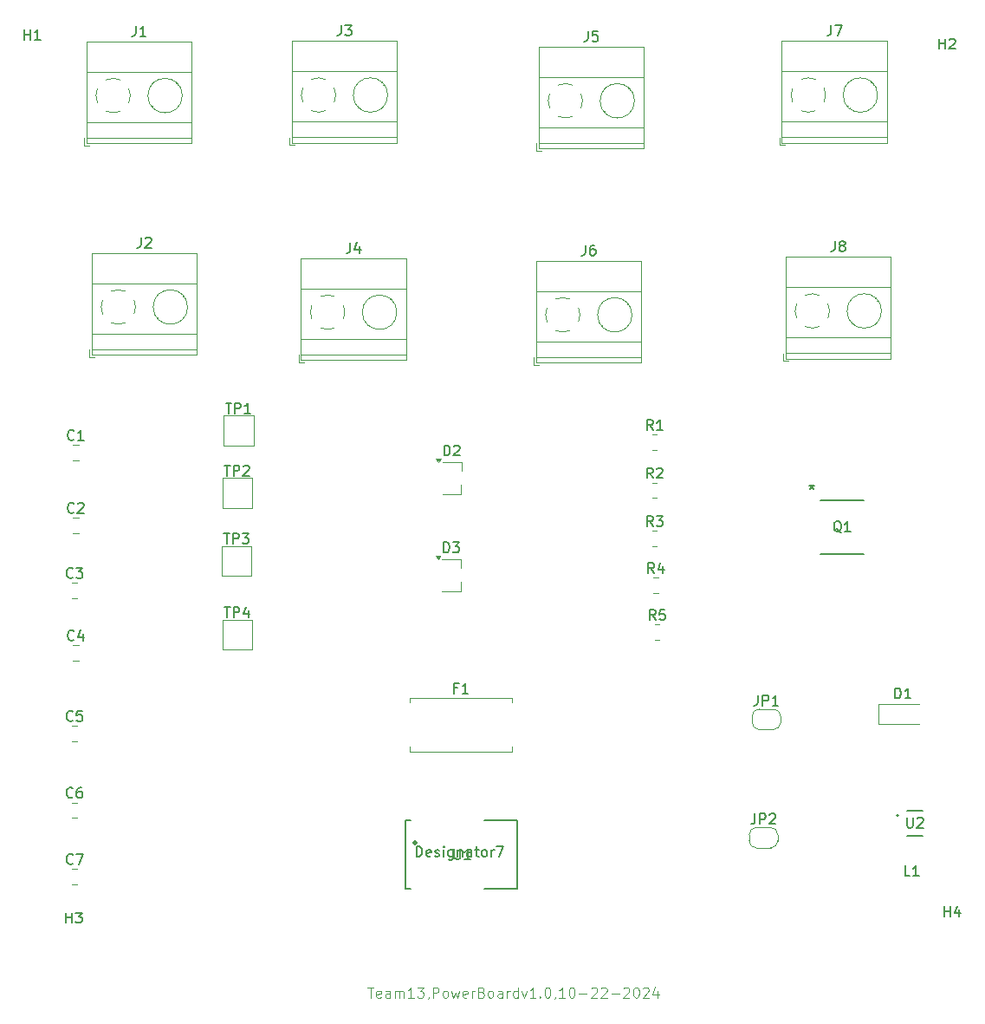
<source format=gbr>
G04 #@! TF.GenerationSoftware,KiCad,Pcbnew,8.0.4*
G04 #@! TF.CreationDate,2024-10-22T20:24:45-05:00*
G04 #@! TF.ProjectId,PCB_split,5043425f-7370-46c6-9974-2e6b69636164,rev?*
G04 #@! TF.SameCoordinates,Original*
G04 #@! TF.FileFunction,Legend,Top*
G04 #@! TF.FilePolarity,Positive*
%FSLAX46Y46*%
G04 Gerber Fmt 4.6, Leading zero omitted, Abs format (unit mm)*
G04 Created by KiCad (PCBNEW 8.0.4) date 2024-10-22 20:24:45*
%MOMM*%
%LPD*%
G01*
G04 APERTURE LIST*
%ADD10C,0.100000*%
%ADD11C,0.150000*%
%ADD12C,0.120000*%
%ADD13C,0.152400*%
%ADD14C,0.200000*%
%ADD15C,0.250000*%
G04 APERTURE END LIST*
D10*
X125129027Y-129047419D02*
X125700455Y-129047419D01*
X125414741Y-130047419D02*
X125414741Y-129047419D01*
X126414741Y-129999800D02*
X126319503Y-130047419D01*
X126319503Y-130047419D02*
X126129027Y-130047419D01*
X126129027Y-130047419D02*
X126033789Y-129999800D01*
X126033789Y-129999800D02*
X125986170Y-129904561D01*
X125986170Y-129904561D02*
X125986170Y-129523609D01*
X125986170Y-129523609D02*
X126033789Y-129428371D01*
X126033789Y-129428371D02*
X126129027Y-129380752D01*
X126129027Y-129380752D02*
X126319503Y-129380752D01*
X126319503Y-129380752D02*
X126414741Y-129428371D01*
X126414741Y-129428371D02*
X126462360Y-129523609D01*
X126462360Y-129523609D02*
X126462360Y-129618847D01*
X126462360Y-129618847D02*
X125986170Y-129714085D01*
X127319503Y-130047419D02*
X127319503Y-129523609D01*
X127319503Y-129523609D02*
X127271884Y-129428371D01*
X127271884Y-129428371D02*
X127176646Y-129380752D01*
X127176646Y-129380752D02*
X126986170Y-129380752D01*
X126986170Y-129380752D02*
X126890932Y-129428371D01*
X127319503Y-129999800D02*
X127224265Y-130047419D01*
X127224265Y-130047419D02*
X126986170Y-130047419D01*
X126986170Y-130047419D02*
X126890932Y-129999800D01*
X126890932Y-129999800D02*
X126843313Y-129904561D01*
X126843313Y-129904561D02*
X126843313Y-129809323D01*
X126843313Y-129809323D02*
X126890932Y-129714085D01*
X126890932Y-129714085D02*
X126986170Y-129666466D01*
X126986170Y-129666466D02*
X127224265Y-129666466D01*
X127224265Y-129666466D02*
X127319503Y-129618847D01*
X127795694Y-130047419D02*
X127795694Y-129380752D01*
X127795694Y-129475990D02*
X127843313Y-129428371D01*
X127843313Y-129428371D02*
X127938551Y-129380752D01*
X127938551Y-129380752D02*
X128081408Y-129380752D01*
X128081408Y-129380752D02*
X128176646Y-129428371D01*
X128176646Y-129428371D02*
X128224265Y-129523609D01*
X128224265Y-129523609D02*
X128224265Y-130047419D01*
X128224265Y-129523609D02*
X128271884Y-129428371D01*
X128271884Y-129428371D02*
X128367122Y-129380752D01*
X128367122Y-129380752D02*
X128509979Y-129380752D01*
X128509979Y-129380752D02*
X128605218Y-129428371D01*
X128605218Y-129428371D02*
X128652837Y-129523609D01*
X128652837Y-129523609D02*
X128652837Y-130047419D01*
X129652836Y-130047419D02*
X129081408Y-130047419D01*
X129367122Y-130047419D02*
X129367122Y-129047419D01*
X129367122Y-129047419D02*
X129271884Y-129190276D01*
X129271884Y-129190276D02*
X129176646Y-129285514D01*
X129176646Y-129285514D02*
X129081408Y-129333133D01*
X129986170Y-129047419D02*
X130605217Y-129047419D01*
X130605217Y-129047419D02*
X130271884Y-129428371D01*
X130271884Y-129428371D02*
X130414741Y-129428371D01*
X130414741Y-129428371D02*
X130509979Y-129475990D01*
X130509979Y-129475990D02*
X130557598Y-129523609D01*
X130557598Y-129523609D02*
X130605217Y-129618847D01*
X130605217Y-129618847D02*
X130605217Y-129856942D01*
X130605217Y-129856942D02*
X130557598Y-129952180D01*
X130557598Y-129952180D02*
X130509979Y-129999800D01*
X130509979Y-129999800D02*
X130414741Y-130047419D01*
X130414741Y-130047419D02*
X130129027Y-130047419D01*
X130129027Y-130047419D02*
X130033789Y-129999800D01*
X130033789Y-129999800D02*
X129986170Y-129952180D01*
X131081408Y-129999800D02*
X131081408Y-130047419D01*
X131081408Y-130047419D02*
X131033789Y-130142657D01*
X131033789Y-130142657D02*
X130986170Y-130190276D01*
X131509979Y-130047419D02*
X131509979Y-129047419D01*
X131509979Y-129047419D02*
X131890931Y-129047419D01*
X131890931Y-129047419D02*
X131986169Y-129095038D01*
X131986169Y-129095038D02*
X132033788Y-129142657D01*
X132033788Y-129142657D02*
X132081407Y-129237895D01*
X132081407Y-129237895D02*
X132081407Y-129380752D01*
X132081407Y-129380752D02*
X132033788Y-129475990D01*
X132033788Y-129475990D02*
X131986169Y-129523609D01*
X131986169Y-129523609D02*
X131890931Y-129571228D01*
X131890931Y-129571228D02*
X131509979Y-129571228D01*
X132652836Y-130047419D02*
X132557598Y-129999800D01*
X132557598Y-129999800D02*
X132509979Y-129952180D01*
X132509979Y-129952180D02*
X132462360Y-129856942D01*
X132462360Y-129856942D02*
X132462360Y-129571228D01*
X132462360Y-129571228D02*
X132509979Y-129475990D01*
X132509979Y-129475990D02*
X132557598Y-129428371D01*
X132557598Y-129428371D02*
X132652836Y-129380752D01*
X132652836Y-129380752D02*
X132795693Y-129380752D01*
X132795693Y-129380752D02*
X132890931Y-129428371D01*
X132890931Y-129428371D02*
X132938550Y-129475990D01*
X132938550Y-129475990D02*
X132986169Y-129571228D01*
X132986169Y-129571228D02*
X132986169Y-129856942D01*
X132986169Y-129856942D02*
X132938550Y-129952180D01*
X132938550Y-129952180D02*
X132890931Y-129999800D01*
X132890931Y-129999800D02*
X132795693Y-130047419D01*
X132795693Y-130047419D02*
X132652836Y-130047419D01*
X133319503Y-129380752D02*
X133509979Y-130047419D01*
X133509979Y-130047419D02*
X133700455Y-129571228D01*
X133700455Y-129571228D02*
X133890931Y-130047419D01*
X133890931Y-130047419D02*
X134081407Y-129380752D01*
X134843312Y-129999800D02*
X134748074Y-130047419D01*
X134748074Y-130047419D02*
X134557598Y-130047419D01*
X134557598Y-130047419D02*
X134462360Y-129999800D01*
X134462360Y-129999800D02*
X134414741Y-129904561D01*
X134414741Y-129904561D02*
X134414741Y-129523609D01*
X134414741Y-129523609D02*
X134462360Y-129428371D01*
X134462360Y-129428371D02*
X134557598Y-129380752D01*
X134557598Y-129380752D02*
X134748074Y-129380752D01*
X134748074Y-129380752D02*
X134843312Y-129428371D01*
X134843312Y-129428371D02*
X134890931Y-129523609D01*
X134890931Y-129523609D02*
X134890931Y-129618847D01*
X134890931Y-129618847D02*
X134414741Y-129714085D01*
X135319503Y-130047419D02*
X135319503Y-129380752D01*
X135319503Y-129571228D02*
X135367122Y-129475990D01*
X135367122Y-129475990D02*
X135414741Y-129428371D01*
X135414741Y-129428371D02*
X135509979Y-129380752D01*
X135509979Y-129380752D02*
X135605217Y-129380752D01*
X136271884Y-129523609D02*
X136414741Y-129571228D01*
X136414741Y-129571228D02*
X136462360Y-129618847D01*
X136462360Y-129618847D02*
X136509979Y-129714085D01*
X136509979Y-129714085D02*
X136509979Y-129856942D01*
X136509979Y-129856942D02*
X136462360Y-129952180D01*
X136462360Y-129952180D02*
X136414741Y-129999800D01*
X136414741Y-129999800D02*
X136319503Y-130047419D01*
X136319503Y-130047419D02*
X135938551Y-130047419D01*
X135938551Y-130047419D02*
X135938551Y-129047419D01*
X135938551Y-129047419D02*
X136271884Y-129047419D01*
X136271884Y-129047419D02*
X136367122Y-129095038D01*
X136367122Y-129095038D02*
X136414741Y-129142657D01*
X136414741Y-129142657D02*
X136462360Y-129237895D01*
X136462360Y-129237895D02*
X136462360Y-129333133D01*
X136462360Y-129333133D02*
X136414741Y-129428371D01*
X136414741Y-129428371D02*
X136367122Y-129475990D01*
X136367122Y-129475990D02*
X136271884Y-129523609D01*
X136271884Y-129523609D02*
X135938551Y-129523609D01*
X137081408Y-130047419D02*
X136986170Y-129999800D01*
X136986170Y-129999800D02*
X136938551Y-129952180D01*
X136938551Y-129952180D02*
X136890932Y-129856942D01*
X136890932Y-129856942D02*
X136890932Y-129571228D01*
X136890932Y-129571228D02*
X136938551Y-129475990D01*
X136938551Y-129475990D02*
X136986170Y-129428371D01*
X136986170Y-129428371D02*
X137081408Y-129380752D01*
X137081408Y-129380752D02*
X137224265Y-129380752D01*
X137224265Y-129380752D02*
X137319503Y-129428371D01*
X137319503Y-129428371D02*
X137367122Y-129475990D01*
X137367122Y-129475990D02*
X137414741Y-129571228D01*
X137414741Y-129571228D02*
X137414741Y-129856942D01*
X137414741Y-129856942D02*
X137367122Y-129952180D01*
X137367122Y-129952180D02*
X137319503Y-129999800D01*
X137319503Y-129999800D02*
X137224265Y-130047419D01*
X137224265Y-130047419D02*
X137081408Y-130047419D01*
X138271884Y-130047419D02*
X138271884Y-129523609D01*
X138271884Y-129523609D02*
X138224265Y-129428371D01*
X138224265Y-129428371D02*
X138129027Y-129380752D01*
X138129027Y-129380752D02*
X137938551Y-129380752D01*
X137938551Y-129380752D02*
X137843313Y-129428371D01*
X138271884Y-129999800D02*
X138176646Y-130047419D01*
X138176646Y-130047419D02*
X137938551Y-130047419D01*
X137938551Y-130047419D02*
X137843313Y-129999800D01*
X137843313Y-129999800D02*
X137795694Y-129904561D01*
X137795694Y-129904561D02*
X137795694Y-129809323D01*
X137795694Y-129809323D02*
X137843313Y-129714085D01*
X137843313Y-129714085D02*
X137938551Y-129666466D01*
X137938551Y-129666466D02*
X138176646Y-129666466D01*
X138176646Y-129666466D02*
X138271884Y-129618847D01*
X138748075Y-130047419D02*
X138748075Y-129380752D01*
X138748075Y-129571228D02*
X138795694Y-129475990D01*
X138795694Y-129475990D02*
X138843313Y-129428371D01*
X138843313Y-129428371D02*
X138938551Y-129380752D01*
X138938551Y-129380752D02*
X139033789Y-129380752D01*
X139795694Y-130047419D02*
X139795694Y-129047419D01*
X139795694Y-129999800D02*
X139700456Y-130047419D01*
X139700456Y-130047419D02*
X139509980Y-130047419D01*
X139509980Y-130047419D02*
X139414742Y-129999800D01*
X139414742Y-129999800D02*
X139367123Y-129952180D01*
X139367123Y-129952180D02*
X139319504Y-129856942D01*
X139319504Y-129856942D02*
X139319504Y-129571228D01*
X139319504Y-129571228D02*
X139367123Y-129475990D01*
X139367123Y-129475990D02*
X139414742Y-129428371D01*
X139414742Y-129428371D02*
X139509980Y-129380752D01*
X139509980Y-129380752D02*
X139700456Y-129380752D01*
X139700456Y-129380752D02*
X139795694Y-129428371D01*
X140176647Y-129380752D02*
X140414742Y-130047419D01*
X140414742Y-130047419D02*
X140652837Y-129380752D01*
X141557599Y-130047419D02*
X140986171Y-130047419D01*
X141271885Y-130047419D02*
X141271885Y-129047419D01*
X141271885Y-129047419D02*
X141176647Y-129190276D01*
X141176647Y-129190276D02*
X141081409Y-129285514D01*
X141081409Y-129285514D02*
X140986171Y-129333133D01*
X141986171Y-129952180D02*
X142033790Y-129999800D01*
X142033790Y-129999800D02*
X141986171Y-130047419D01*
X141986171Y-130047419D02*
X141938552Y-129999800D01*
X141938552Y-129999800D02*
X141986171Y-129952180D01*
X141986171Y-129952180D02*
X141986171Y-130047419D01*
X142652837Y-129047419D02*
X142748075Y-129047419D01*
X142748075Y-129047419D02*
X142843313Y-129095038D01*
X142843313Y-129095038D02*
X142890932Y-129142657D01*
X142890932Y-129142657D02*
X142938551Y-129237895D01*
X142938551Y-129237895D02*
X142986170Y-129428371D01*
X142986170Y-129428371D02*
X142986170Y-129666466D01*
X142986170Y-129666466D02*
X142938551Y-129856942D01*
X142938551Y-129856942D02*
X142890932Y-129952180D01*
X142890932Y-129952180D02*
X142843313Y-129999800D01*
X142843313Y-129999800D02*
X142748075Y-130047419D01*
X142748075Y-130047419D02*
X142652837Y-130047419D01*
X142652837Y-130047419D02*
X142557599Y-129999800D01*
X142557599Y-129999800D02*
X142509980Y-129952180D01*
X142509980Y-129952180D02*
X142462361Y-129856942D01*
X142462361Y-129856942D02*
X142414742Y-129666466D01*
X142414742Y-129666466D02*
X142414742Y-129428371D01*
X142414742Y-129428371D02*
X142462361Y-129237895D01*
X142462361Y-129237895D02*
X142509980Y-129142657D01*
X142509980Y-129142657D02*
X142557599Y-129095038D01*
X142557599Y-129095038D02*
X142652837Y-129047419D01*
X143462361Y-129999800D02*
X143462361Y-130047419D01*
X143462361Y-130047419D02*
X143414742Y-130142657D01*
X143414742Y-130142657D02*
X143367123Y-130190276D01*
X144414741Y-130047419D02*
X143843313Y-130047419D01*
X144129027Y-130047419D02*
X144129027Y-129047419D01*
X144129027Y-129047419D02*
X144033789Y-129190276D01*
X144033789Y-129190276D02*
X143938551Y-129285514D01*
X143938551Y-129285514D02*
X143843313Y-129333133D01*
X145033789Y-129047419D02*
X145129027Y-129047419D01*
X145129027Y-129047419D02*
X145224265Y-129095038D01*
X145224265Y-129095038D02*
X145271884Y-129142657D01*
X145271884Y-129142657D02*
X145319503Y-129237895D01*
X145319503Y-129237895D02*
X145367122Y-129428371D01*
X145367122Y-129428371D02*
X145367122Y-129666466D01*
X145367122Y-129666466D02*
X145319503Y-129856942D01*
X145319503Y-129856942D02*
X145271884Y-129952180D01*
X145271884Y-129952180D02*
X145224265Y-129999800D01*
X145224265Y-129999800D02*
X145129027Y-130047419D01*
X145129027Y-130047419D02*
X145033789Y-130047419D01*
X145033789Y-130047419D02*
X144938551Y-129999800D01*
X144938551Y-129999800D02*
X144890932Y-129952180D01*
X144890932Y-129952180D02*
X144843313Y-129856942D01*
X144843313Y-129856942D02*
X144795694Y-129666466D01*
X144795694Y-129666466D02*
X144795694Y-129428371D01*
X144795694Y-129428371D02*
X144843313Y-129237895D01*
X144843313Y-129237895D02*
X144890932Y-129142657D01*
X144890932Y-129142657D02*
X144938551Y-129095038D01*
X144938551Y-129095038D02*
X145033789Y-129047419D01*
X145795694Y-129666466D02*
X146557599Y-129666466D01*
X146986170Y-129142657D02*
X147033789Y-129095038D01*
X147033789Y-129095038D02*
X147129027Y-129047419D01*
X147129027Y-129047419D02*
X147367122Y-129047419D01*
X147367122Y-129047419D02*
X147462360Y-129095038D01*
X147462360Y-129095038D02*
X147509979Y-129142657D01*
X147509979Y-129142657D02*
X147557598Y-129237895D01*
X147557598Y-129237895D02*
X147557598Y-129333133D01*
X147557598Y-129333133D02*
X147509979Y-129475990D01*
X147509979Y-129475990D02*
X146938551Y-130047419D01*
X146938551Y-130047419D02*
X147557598Y-130047419D01*
X147938551Y-129142657D02*
X147986170Y-129095038D01*
X147986170Y-129095038D02*
X148081408Y-129047419D01*
X148081408Y-129047419D02*
X148319503Y-129047419D01*
X148319503Y-129047419D02*
X148414741Y-129095038D01*
X148414741Y-129095038D02*
X148462360Y-129142657D01*
X148462360Y-129142657D02*
X148509979Y-129237895D01*
X148509979Y-129237895D02*
X148509979Y-129333133D01*
X148509979Y-129333133D02*
X148462360Y-129475990D01*
X148462360Y-129475990D02*
X147890932Y-130047419D01*
X147890932Y-130047419D02*
X148509979Y-130047419D01*
X148938551Y-129666466D02*
X149700456Y-129666466D01*
X150129027Y-129142657D02*
X150176646Y-129095038D01*
X150176646Y-129095038D02*
X150271884Y-129047419D01*
X150271884Y-129047419D02*
X150509979Y-129047419D01*
X150509979Y-129047419D02*
X150605217Y-129095038D01*
X150605217Y-129095038D02*
X150652836Y-129142657D01*
X150652836Y-129142657D02*
X150700455Y-129237895D01*
X150700455Y-129237895D02*
X150700455Y-129333133D01*
X150700455Y-129333133D02*
X150652836Y-129475990D01*
X150652836Y-129475990D02*
X150081408Y-130047419D01*
X150081408Y-130047419D02*
X150700455Y-130047419D01*
X151319503Y-129047419D02*
X151414741Y-129047419D01*
X151414741Y-129047419D02*
X151509979Y-129095038D01*
X151509979Y-129095038D02*
X151557598Y-129142657D01*
X151557598Y-129142657D02*
X151605217Y-129237895D01*
X151605217Y-129237895D02*
X151652836Y-129428371D01*
X151652836Y-129428371D02*
X151652836Y-129666466D01*
X151652836Y-129666466D02*
X151605217Y-129856942D01*
X151605217Y-129856942D02*
X151557598Y-129952180D01*
X151557598Y-129952180D02*
X151509979Y-129999800D01*
X151509979Y-129999800D02*
X151414741Y-130047419D01*
X151414741Y-130047419D02*
X151319503Y-130047419D01*
X151319503Y-130047419D02*
X151224265Y-129999800D01*
X151224265Y-129999800D02*
X151176646Y-129952180D01*
X151176646Y-129952180D02*
X151129027Y-129856942D01*
X151129027Y-129856942D02*
X151081408Y-129666466D01*
X151081408Y-129666466D02*
X151081408Y-129428371D01*
X151081408Y-129428371D02*
X151129027Y-129237895D01*
X151129027Y-129237895D02*
X151176646Y-129142657D01*
X151176646Y-129142657D02*
X151224265Y-129095038D01*
X151224265Y-129095038D02*
X151319503Y-129047419D01*
X152033789Y-129142657D02*
X152081408Y-129095038D01*
X152081408Y-129095038D02*
X152176646Y-129047419D01*
X152176646Y-129047419D02*
X152414741Y-129047419D01*
X152414741Y-129047419D02*
X152509979Y-129095038D01*
X152509979Y-129095038D02*
X152557598Y-129142657D01*
X152557598Y-129142657D02*
X152605217Y-129237895D01*
X152605217Y-129237895D02*
X152605217Y-129333133D01*
X152605217Y-129333133D02*
X152557598Y-129475990D01*
X152557598Y-129475990D02*
X151986170Y-130047419D01*
X151986170Y-130047419D02*
X152605217Y-130047419D01*
X153462360Y-129380752D02*
X153462360Y-130047419D01*
X153224265Y-128999800D02*
X152986170Y-129714085D01*
X152986170Y-129714085D02*
X153605217Y-129714085D01*
D11*
X96310333Y-102946580D02*
X96262714Y-102994200D01*
X96262714Y-102994200D02*
X96119857Y-103041819D01*
X96119857Y-103041819D02*
X96024619Y-103041819D01*
X96024619Y-103041819D02*
X95881762Y-102994200D01*
X95881762Y-102994200D02*
X95786524Y-102898961D01*
X95786524Y-102898961D02*
X95738905Y-102803723D01*
X95738905Y-102803723D02*
X95691286Y-102613247D01*
X95691286Y-102613247D02*
X95691286Y-102470390D01*
X95691286Y-102470390D02*
X95738905Y-102279914D01*
X95738905Y-102279914D02*
X95786524Y-102184676D01*
X95786524Y-102184676D02*
X95881762Y-102089438D01*
X95881762Y-102089438D02*
X96024619Y-102041819D01*
X96024619Y-102041819D02*
X96119857Y-102041819D01*
X96119857Y-102041819D02*
X96262714Y-102089438D01*
X96262714Y-102089438D02*
X96310333Y-102137057D01*
X97215095Y-102041819D02*
X96738905Y-102041819D01*
X96738905Y-102041819D02*
X96691286Y-102518009D01*
X96691286Y-102518009D02*
X96738905Y-102470390D01*
X96738905Y-102470390D02*
X96834143Y-102422771D01*
X96834143Y-102422771D02*
X97072238Y-102422771D01*
X97072238Y-102422771D02*
X97167476Y-102470390D01*
X97167476Y-102470390D02*
X97215095Y-102518009D01*
X97215095Y-102518009D02*
X97262714Y-102613247D01*
X97262714Y-102613247D02*
X97262714Y-102851342D01*
X97262714Y-102851342D02*
X97215095Y-102946580D01*
X97215095Y-102946580D02*
X97167476Y-102994200D01*
X97167476Y-102994200D02*
X97072238Y-103041819D01*
X97072238Y-103041819D02*
X96834143Y-103041819D01*
X96834143Y-103041819D02*
X96738905Y-102994200D01*
X96738905Y-102994200D02*
X96691286Y-102946580D01*
X162981666Y-112081819D02*
X162981666Y-112796104D01*
X162981666Y-112796104D02*
X162934047Y-112938961D01*
X162934047Y-112938961D02*
X162838809Y-113034200D01*
X162838809Y-113034200D02*
X162695952Y-113081819D01*
X162695952Y-113081819D02*
X162600714Y-113081819D01*
X163457857Y-113081819D02*
X163457857Y-112081819D01*
X163457857Y-112081819D02*
X163838809Y-112081819D01*
X163838809Y-112081819D02*
X163934047Y-112129438D01*
X163934047Y-112129438D02*
X163981666Y-112177057D01*
X163981666Y-112177057D02*
X164029285Y-112272295D01*
X164029285Y-112272295D02*
X164029285Y-112415152D01*
X164029285Y-112415152D02*
X163981666Y-112510390D01*
X163981666Y-112510390D02*
X163934047Y-112558009D01*
X163934047Y-112558009D02*
X163838809Y-112605628D01*
X163838809Y-112605628D02*
X163457857Y-112605628D01*
X164410238Y-112177057D02*
X164457857Y-112129438D01*
X164457857Y-112129438D02*
X164553095Y-112081819D01*
X164553095Y-112081819D02*
X164791190Y-112081819D01*
X164791190Y-112081819D02*
X164886428Y-112129438D01*
X164886428Y-112129438D02*
X164934047Y-112177057D01*
X164934047Y-112177057D02*
X164981666Y-112272295D01*
X164981666Y-112272295D02*
X164981666Y-112367533D01*
X164981666Y-112367533D02*
X164934047Y-112510390D01*
X164934047Y-112510390D02*
X164362619Y-113081819D01*
X164362619Y-113081819D02*
X164981666Y-113081819D01*
X96310333Y-110439580D02*
X96262714Y-110487200D01*
X96262714Y-110487200D02*
X96119857Y-110534819D01*
X96119857Y-110534819D02*
X96024619Y-110534819D01*
X96024619Y-110534819D02*
X95881762Y-110487200D01*
X95881762Y-110487200D02*
X95786524Y-110391961D01*
X95786524Y-110391961D02*
X95738905Y-110296723D01*
X95738905Y-110296723D02*
X95691286Y-110106247D01*
X95691286Y-110106247D02*
X95691286Y-109963390D01*
X95691286Y-109963390D02*
X95738905Y-109772914D01*
X95738905Y-109772914D02*
X95786524Y-109677676D01*
X95786524Y-109677676D02*
X95881762Y-109582438D01*
X95881762Y-109582438D02*
X96024619Y-109534819D01*
X96024619Y-109534819D02*
X96119857Y-109534819D01*
X96119857Y-109534819D02*
X96262714Y-109582438D01*
X96262714Y-109582438D02*
X96310333Y-109630057D01*
X97167476Y-109534819D02*
X96977000Y-109534819D01*
X96977000Y-109534819D02*
X96881762Y-109582438D01*
X96881762Y-109582438D02*
X96834143Y-109630057D01*
X96834143Y-109630057D02*
X96738905Y-109772914D01*
X96738905Y-109772914D02*
X96691286Y-109963390D01*
X96691286Y-109963390D02*
X96691286Y-110344342D01*
X96691286Y-110344342D02*
X96738905Y-110439580D01*
X96738905Y-110439580D02*
X96786524Y-110487200D01*
X96786524Y-110487200D02*
X96881762Y-110534819D01*
X96881762Y-110534819D02*
X97072238Y-110534819D01*
X97072238Y-110534819D02*
X97167476Y-110487200D01*
X97167476Y-110487200D02*
X97215095Y-110439580D01*
X97215095Y-110439580D02*
X97262714Y-110344342D01*
X97262714Y-110344342D02*
X97262714Y-110106247D01*
X97262714Y-110106247D02*
X97215095Y-110011009D01*
X97215095Y-110011009D02*
X97167476Y-109963390D01*
X97167476Y-109963390D02*
X97072238Y-109915771D01*
X97072238Y-109915771D02*
X96881762Y-109915771D01*
X96881762Y-109915771D02*
X96786524Y-109963390D01*
X96786524Y-109963390D02*
X96738905Y-110011009D01*
X96738905Y-110011009D02*
X96691286Y-110106247D01*
X96331833Y-116916580D02*
X96284214Y-116964200D01*
X96284214Y-116964200D02*
X96141357Y-117011819D01*
X96141357Y-117011819D02*
X96046119Y-117011819D01*
X96046119Y-117011819D02*
X95903262Y-116964200D01*
X95903262Y-116964200D02*
X95808024Y-116868961D01*
X95808024Y-116868961D02*
X95760405Y-116773723D01*
X95760405Y-116773723D02*
X95712786Y-116583247D01*
X95712786Y-116583247D02*
X95712786Y-116440390D01*
X95712786Y-116440390D02*
X95760405Y-116249914D01*
X95760405Y-116249914D02*
X95808024Y-116154676D01*
X95808024Y-116154676D02*
X95903262Y-116059438D01*
X95903262Y-116059438D02*
X96046119Y-116011819D01*
X96046119Y-116011819D02*
X96141357Y-116011819D01*
X96141357Y-116011819D02*
X96284214Y-116059438D01*
X96284214Y-116059438D02*
X96331833Y-116107057D01*
X96665167Y-116011819D02*
X97331833Y-116011819D01*
X97331833Y-116011819D02*
X96903262Y-117011819D01*
X96437333Y-95072580D02*
X96389714Y-95120200D01*
X96389714Y-95120200D02*
X96246857Y-95167819D01*
X96246857Y-95167819D02*
X96151619Y-95167819D01*
X96151619Y-95167819D02*
X96008762Y-95120200D01*
X96008762Y-95120200D02*
X95913524Y-95024961D01*
X95913524Y-95024961D02*
X95865905Y-94929723D01*
X95865905Y-94929723D02*
X95818286Y-94739247D01*
X95818286Y-94739247D02*
X95818286Y-94596390D01*
X95818286Y-94596390D02*
X95865905Y-94405914D01*
X95865905Y-94405914D02*
X95913524Y-94310676D01*
X95913524Y-94310676D02*
X96008762Y-94215438D01*
X96008762Y-94215438D02*
X96151619Y-94167819D01*
X96151619Y-94167819D02*
X96246857Y-94167819D01*
X96246857Y-94167819D02*
X96389714Y-94215438D01*
X96389714Y-94215438D02*
X96437333Y-94263057D01*
X97294476Y-94501152D02*
X97294476Y-95167819D01*
X97056381Y-94120200D02*
X96818286Y-94834485D01*
X96818286Y-94834485D02*
X97437333Y-94834485D01*
X153011333Y-79322819D02*
X152678000Y-78846628D01*
X152439905Y-79322819D02*
X152439905Y-78322819D01*
X152439905Y-78322819D02*
X152820857Y-78322819D01*
X152820857Y-78322819D02*
X152916095Y-78370438D01*
X152916095Y-78370438D02*
X152963714Y-78418057D01*
X152963714Y-78418057D02*
X153011333Y-78513295D01*
X153011333Y-78513295D02*
X153011333Y-78656152D01*
X153011333Y-78656152D02*
X152963714Y-78751390D01*
X152963714Y-78751390D02*
X152916095Y-78799009D01*
X152916095Y-78799009D02*
X152820857Y-78846628D01*
X152820857Y-78846628D02*
X152439905Y-78846628D01*
X153392286Y-78418057D02*
X153439905Y-78370438D01*
X153439905Y-78370438D02*
X153535143Y-78322819D01*
X153535143Y-78322819D02*
X153773238Y-78322819D01*
X153773238Y-78322819D02*
X153868476Y-78370438D01*
X153868476Y-78370438D02*
X153916095Y-78418057D01*
X153916095Y-78418057D02*
X153963714Y-78513295D01*
X153963714Y-78513295D02*
X153963714Y-78608533D01*
X153963714Y-78608533D02*
X153916095Y-78751390D01*
X153916095Y-78751390D02*
X153344667Y-79322819D01*
X153344667Y-79322819D02*
X153963714Y-79322819D01*
X181483095Y-122111819D02*
X181483095Y-121111819D01*
X181483095Y-121588009D02*
X182054523Y-121588009D01*
X182054523Y-122111819D02*
X182054523Y-121111819D01*
X182959285Y-121445152D02*
X182959285Y-122111819D01*
X182721190Y-121064200D02*
X182483095Y-121778485D01*
X182483095Y-121778485D02*
X183102142Y-121778485D01*
X146408816Y-56567819D02*
X146408816Y-57282104D01*
X146408816Y-57282104D02*
X146361197Y-57424961D01*
X146361197Y-57424961D02*
X146265959Y-57520200D01*
X146265959Y-57520200D02*
X146123102Y-57567819D01*
X146123102Y-57567819D02*
X146027864Y-57567819D01*
X147313578Y-56567819D02*
X147123102Y-56567819D01*
X147123102Y-56567819D02*
X147027864Y-56615438D01*
X147027864Y-56615438D02*
X146980245Y-56663057D01*
X146980245Y-56663057D02*
X146885007Y-56805914D01*
X146885007Y-56805914D02*
X146837388Y-56996390D01*
X146837388Y-56996390D02*
X146837388Y-57377342D01*
X146837388Y-57377342D02*
X146885007Y-57472580D01*
X146885007Y-57472580D02*
X146932626Y-57520200D01*
X146932626Y-57520200D02*
X147027864Y-57567819D01*
X147027864Y-57567819D02*
X147218340Y-57567819D01*
X147218340Y-57567819D02*
X147313578Y-57520200D01*
X147313578Y-57520200D02*
X147361197Y-57472580D01*
X147361197Y-57472580D02*
X147408816Y-57377342D01*
X147408816Y-57377342D02*
X147408816Y-57139247D01*
X147408816Y-57139247D02*
X147361197Y-57044009D01*
X147361197Y-57044009D02*
X147313578Y-56996390D01*
X147313578Y-56996390D02*
X147218340Y-56948771D01*
X147218340Y-56948771D02*
X147027864Y-56948771D01*
X147027864Y-56948771D02*
X146932626Y-56996390D01*
X146932626Y-56996390D02*
X146885007Y-57044009D01*
X146885007Y-57044009D02*
X146837388Y-57139247D01*
X111133095Y-91921819D02*
X111704523Y-91921819D01*
X111418809Y-92921819D02*
X111418809Y-91921819D01*
X112037857Y-92921819D02*
X112037857Y-91921819D01*
X112037857Y-91921819D02*
X112418809Y-91921819D01*
X112418809Y-91921819D02*
X112514047Y-91969438D01*
X112514047Y-91969438D02*
X112561666Y-92017057D01*
X112561666Y-92017057D02*
X112609285Y-92112295D01*
X112609285Y-92112295D02*
X112609285Y-92255152D01*
X112609285Y-92255152D02*
X112561666Y-92350390D01*
X112561666Y-92350390D02*
X112514047Y-92398009D01*
X112514047Y-92398009D02*
X112418809Y-92445628D01*
X112418809Y-92445628D02*
X112037857Y-92445628D01*
X113466428Y-92255152D02*
X113466428Y-92921819D01*
X113228333Y-91874200D02*
X112990238Y-92588485D01*
X112990238Y-92588485D02*
X113609285Y-92588485D01*
X96437333Y-75514580D02*
X96389714Y-75562200D01*
X96389714Y-75562200D02*
X96246857Y-75609819D01*
X96246857Y-75609819D02*
X96151619Y-75609819D01*
X96151619Y-75609819D02*
X96008762Y-75562200D01*
X96008762Y-75562200D02*
X95913524Y-75466961D01*
X95913524Y-75466961D02*
X95865905Y-75371723D01*
X95865905Y-75371723D02*
X95818286Y-75181247D01*
X95818286Y-75181247D02*
X95818286Y-75038390D01*
X95818286Y-75038390D02*
X95865905Y-74847914D01*
X95865905Y-74847914D02*
X95913524Y-74752676D01*
X95913524Y-74752676D02*
X96008762Y-74657438D01*
X96008762Y-74657438D02*
X96151619Y-74609819D01*
X96151619Y-74609819D02*
X96246857Y-74609819D01*
X96246857Y-74609819D02*
X96389714Y-74657438D01*
X96389714Y-74657438D02*
X96437333Y-74705057D01*
X97389714Y-75609819D02*
X96818286Y-75609819D01*
X97104000Y-75609819D02*
X97104000Y-74609819D01*
X97104000Y-74609819D02*
X97008762Y-74752676D01*
X97008762Y-74752676D02*
X96913524Y-74847914D01*
X96913524Y-74847914D02*
X96818286Y-74895533D01*
X177842571Y-112461819D02*
X177842571Y-113271342D01*
X177842571Y-113271342D02*
X177890190Y-113366580D01*
X177890190Y-113366580D02*
X177937809Y-113414200D01*
X177937809Y-113414200D02*
X178033047Y-113461819D01*
X178033047Y-113461819D02*
X178223523Y-113461819D01*
X178223523Y-113461819D02*
X178318761Y-113414200D01*
X178318761Y-113414200D02*
X178366380Y-113366580D01*
X178366380Y-113366580D02*
X178413999Y-113271342D01*
X178413999Y-113271342D02*
X178413999Y-112461819D01*
X178842571Y-112557057D02*
X178890190Y-112509438D01*
X178890190Y-112509438D02*
X178985428Y-112461819D01*
X178985428Y-112461819D02*
X179223523Y-112461819D01*
X179223523Y-112461819D02*
X179318761Y-112509438D01*
X179318761Y-112509438D02*
X179366380Y-112557057D01*
X179366380Y-112557057D02*
X179413999Y-112652295D01*
X179413999Y-112652295D02*
X179413999Y-112747533D01*
X179413999Y-112747533D02*
X179366380Y-112890390D01*
X179366380Y-112890390D02*
X178794952Y-113461819D01*
X178794952Y-113461819D02*
X179413999Y-113461819D01*
X133604095Y-115532819D02*
X133604095Y-116342342D01*
X133604095Y-116342342D02*
X133651714Y-116437580D01*
X133651714Y-116437580D02*
X133699333Y-116485200D01*
X133699333Y-116485200D02*
X133794571Y-116532819D01*
X133794571Y-116532819D02*
X133985047Y-116532819D01*
X133985047Y-116532819D02*
X134080285Y-116485200D01*
X134080285Y-116485200D02*
X134127904Y-116437580D01*
X134127904Y-116437580D02*
X134175523Y-116342342D01*
X134175523Y-116342342D02*
X134175523Y-115532819D01*
X135175523Y-116532819D02*
X134604095Y-116532819D01*
X134889809Y-116532819D02*
X134889809Y-115532819D01*
X134889809Y-115532819D02*
X134794571Y-115675676D01*
X134794571Y-115675676D02*
X134699333Y-115770914D01*
X134699333Y-115770914D02*
X134604095Y-115818533D01*
X129897714Y-116278819D02*
X129897714Y-115278819D01*
X129897714Y-115278819D02*
X130135809Y-115278819D01*
X130135809Y-115278819D02*
X130278666Y-115326438D01*
X130278666Y-115326438D02*
X130373904Y-115421676D01*
X130373904Y-115421676D02*
X130421523Y-115516914D01*
X130421523Y-115516914D02*
X130469142Y-115707390D01*
X130469142Y-115707390D02*
X130469142Y-115850247D01*
X130469142Y-115850247D02*
X130421523Y-116040723D01*
X130421523Y-116040723D02*
X130373904Y-116135961D01*
X130373904Y-116135961D02*
X130278666Y-116231200D01*
X130278666Y-116231200D02*
X130135809Y-116278819D01*
X130135809Y-116278819D02*
X129897714Y-116278819D01*
X131278666Y-116231200D02*
X131183428Y-116278819D01*
X131183428Y-116278819D02*
X130992952Y-116278819D01*
X130992952Y-116278819D02*
X130897714Y-116231200D01*
X130897714Y-116231200D02*
X130850095Y-116135961D01*
X130850095Y-116135961D02*
X130850095Y-115755009D01*
X130850095Y-115755009D02*
X130897714Y-115659771D01*
X130897714Y-115659771D02*
X130992952Y-115612152D01*
X130992952Y-115612152D02*
X131183428Y-115612152D01*
X131183428Y-115612152D02*
X131278666Y-115659771D01*
X131278666Y-115659771D02*
X131326285Y-115755009D01*
X131326285Y-115755009D02*
X131326285Y-115850247D01*
X131326285Y-115850247D02*
X130850095Y-115945485D01*
X131707238Y-116231200D02*
X131802476Y-116278819D01*
X131802476Y-116278819D02*
X131992952Y-116278819D01*
X131992952Y-116278819D02*
X132088190Y-116231200D01*
X132088190Y-116231200D02*
X132135809Y-116135961D01*
X132135809Y-116135961D02*
X132135809Y-116088342D01*
X132135809Y-116088342D02*
X132088190Y-115993104D01*
X132088190Y-115993104D02*
X131992952Y-115945485D01*
X131992952Y-115945485D02*
X131850095Y-115945485D01*
X131850095Y-115945485D02*
X131754857Y-115897866D01*
X131754857Y-115897866D02*
X131707238Y-115802628D01*
X131707238Y-115802628D02*
X131707238Y-115755009D01*
X131707238Y-115755009D02*
X131754857Y-115659771D01*
X131754857Y-115659771D02*
X131850095Y-115612152D01*
X131850095Y-115612152D02*
X131992952Y-115612152D01*
X131992952Y-115612152D02*
X132088190Y-115659771D01*
X132564381Y-116278819D02*
X132564381Y-115612152D01*
X132564381Y-115278819D02*
X132516762Y-115326438D01*
X132516762Y-115326438D02*
X132564381Y-115374057D01*
X132564381Y-115374057D02*
X132612000Y-115326438D01*
X132612000Y-115326438D02*
X132564381Y-115278819D01*
X132564381Y-115278819D02*
X132564381Y-115374057D01*
X133469142Y-115612152D02*
X133469142Y-116421676D01*
X133469142Y-116421676D02*
X133421523Y-116516914D01*
X133421523Y-116516914D02*
X133373904Y-116564533D01*
X133373904Y-116564533D02*
X133278666Y-116612152D01*
X133278666Y-116612152D02*
X133135809Y-116612152D01*
X133135809Y-116612152D02*
X133040571Y-116564533D01*
X133469142Y-116231200D02*
X133373904Y-116278819D01*
X133373904Y-116278819D02*
X133183428Y-116278819D01*
X133183428Y-116278819D02*
X133088190Y-116231200D01*
X133088190Y-116231200D02*
X133040571Y-116183580D01*
X133040571Y-116183580D02*
X132992952Y-116088342D01*
X132992952Y-116088342D02*
X132992952Y-115802628D01*
X132992952Y-115802628D02*
X133040571Y-115707390D01*
X133040571Y-115707390D02*
X133088190Y-115659771D01*
X133088190Y-115659771D02*
X133183428Y-115612152D01*
X133183428Y-115612152D02*
X133373904Y-115612152D01*
X133373904Y-115612152D02*
X133469142Y-115659771D01*
X133945333Y-115612152D02*
X133945333Y-116278819D01*
X133945333Y-115707390D02*
X133992952Y-115659771D01*
X133992952Y-115659771D02*
X134088190Y-115612152D01*
X134088190Y-115612152D02*
X134231047Y-115612152D01*
X134231047Y-115612152D02*
X134326285Y-115659771D01*
X134326285Y-115659771D02*
X134373904Y-115755009D01*
X134373904Y-115755009D02*
X134373904Y-116278819D01*
X135278666Y-116278819D02*
X135278666Y-115755009D01*
X135278666Y-115755009D02*
X135231047Y-115659771D01*
X135231047Y-115659771D02*
X135135809Y-115612152D01*
X135135809Y-115612152D02*
X134945333Y-115612152D01*
X134945333Y-115612152D02*
X134850095Y-115659771D01*
X135278666Y-116231200D02*
X135183428Y-116278819D01*
X135183428Y-116278819D02*
X134945333Y-116278819D01*
X134945333Y-116278819D02*
X134850095Y-116231200D01*
X134850095Y-116231200D02*
X134802476Y-116135961D01*
X134802476Y-116135961D02*
X134802476Y-116040723D01*
X134802476Y-116040723D02*
X134850095Y-115945485D01*
X134850095Y-115945485D02*
X134945333Y-115897866D01*
X134945333Y-115897866D02*
X135183428Y-115897866D01*
X135183428Y-115897866D02*
X135278666Y-115850247D01*
X135612000Y-115612152D02*
X135992952Y-115612152D01*
X135754857Y-115278819D02*
X135754857Y-116135961D01*
X135754857Y-116135961D02*
X135802476Y-116231200D01*
X135802476Y-116231200D02*
X135897714Y-116278819D01*
X135897714Y-116278819D02*
X135992952Y-116278819D01*
X136469143Y-116278819D02*
X136373905Y-116231200D01*
X136373905Y-116231200D02*
X136326286Y-116183580D01*
X136326286Y-116183580D02*
X136278667Y-116088342D01*
X136278667Y-116088342D02*
X136278667Y-115802628D01*
X136278667Y-115802628D02*
X136326286Y-115707390D01*
X136326286Y-115707390D02*
X136373905Y-115659771D01*
X136373905Y-115659771D02*
X136469143Y-115612152D01*
X136469143Y-115612152D02*
X136612000Y-115612152D01*
X136612000Y-115612152D02*
X136707238Y-115659771D01*
X136707238Y-115659771D02*
X136754857Y-115707390D01*
X136754857Y-115707390D02*
X136802476Y-115802628D01*
X136802476Y-115802628D02*
X136802476Y-116088342D01*
X136802476Y-116088342D02*
X136754857Y-116183580D01*
X136754857Y-116183580D02*
X136707238Y-116231200D01*
X136707238Y-116231200D02*
X136612000Y-116278819D01*
X136612000Y-116278819D02*
X136469143Y-116278819D01*
X137231048Y-116278819D02*
X137231048Y-115612152D01*
X137231048Y-115802628D02*
X137278667Y-115707390D01*
X137278667Y-115707390D02*
X137326286Y-115659771D01*
X137326286Y-115659771D02*
X137421524Y-115612152D01*
X137421524Y-115612152D02*
X137516762Y-115612152D01*
X137754858Y-115278819D02*
X138421524Y-115278819D01*
X138421524Y-115278819D02*
X137992953Y-116278819D01*
X180975095Y-37402819D02*
X180975095Y-36402819D01*
X180975095Y-36879009D02*
X181546523Y-36879009D01*
X181546523Y-37402819D02*
X181546523Y-36402819D01*
X181975095Y-36498057D02*
X182022714Y-36450438D01*
X182022714Y-36450438D02*
X182117952Y-36402819D01*
X182117952Y-36402819D02*
X182356047Y-36402819D01*
X182356047Y-36402819D02*
X182451285Y-36450438D01*
X182451285Y-36450438D02*
X182498904Y-36498057D01*
X182498904Y-36498057D02*
X182546523Y-36593295D01*
X182546523Y-36593295D02*
X182546523Y-36688533D01*
X182546523Y-36688533D02*
X182498904Y-36831390D01*
X182498904Y-36831390D02*
X181927476Y-37402819D01*
X181927476Y-37402819D02*
X182546523Y-37402819D01*
X170411816Y-35104819D02*
X170411816Y-35819104D01*
X170411816Y-35819104D02*
X170364197Y-35961961D01*
X170364197Y-35961961D02*
X170268959Y-36057200D01*
X170268959Y-36057200D02*
X170126102Y-36104819D01*
X170126102Y-36104819D02*
X170030864Y-36104819D01*
X170792769Y-35104819D02*
X171459435Y-35104819D01*
X171459435Y-35104819D02*
X171030864Y-36104819D01*
X163265666Y-100524819D02*
X163265666Y-101239104D01*
X163265666Y-101239104D02*
X163218047Y-101381961D01*
X163218047Y-101381961D02*
X163122809Y-101477200D01*
X163122809Y-101477200D02*
X162979952Y-101524819D01*
X162979952Y-101524819D02*
X162884714Y-101524819D01*
X163741857Y-101524819D02*
X163741857Y-100524819D01*
X163741857Y-100524819D02*
X164122809Y-100524819D01*
X164122809Y-100524819D02*
X164218047Y-100572438D01*
X164218047Y-100572438D02*
X164265666Y-100620057D01*
X164265666Y-100620057D02*
X164313285Y-100715295D01*
X164313285Y-100715295D02*
X164313285Y-100858152D01*
X164313285Y-100858152D02*
X164265666Y-100953390D01*
X164265666Y-100953390D02*
X164218047Y-101001009D01*
X164218047Y-101001009D02*
X164122809Y-101048628D01*
X164122809Y-101048628D02*
X163741857Y-101048628D01*
X165265666Y-101524819D02*
X164694238Y-101524819D01*
X164979952Y-101524819D02*
X164979952Y-100524819D01*
X164979952Y-100524819D02*
X164884714Y-100667676D01*
X164884714Y-100667676D02*
X164789476Y-100762914D01*
X164789476Y-100762914D02*
X164694238Y-100810533D01*
X123421816Y-56313819D02*
X123421816Y-57028104D01*
X123421816Y-57028104D02*
X123374197Y-57170961D01*
X123374197Y-57170961D02*
X123278959Y-57266200D01*
X123278959Y-57266200D02*
X123136102Y-57313819D01*
X123136102Y-57313819D02*
X123040864Y-57313819D01*
X124326578Y-56647152D02*
X124326578Y-57313819D01*
X124088483Y-56266200D02*
X123850388Y-56980485D01*
X123850388Y-56980485D02*
X124469435Y-56980485D01*
X133895666Y-99809009D02*
X133562333Y-99809009D01*
X133562333Y-100332819D02*
X133562333Y-99332819D01*
X133562333Y-99332819D02*
X134038523Y-99332819D01*
X134943285Y-100332819D02*
X134371857Y-100332819D01*
X134657571Y-100332819D02*
X134657571Y-99332819D01*
X134657571Y-99332819D02*
X134562333Y-99475676D01*
X134562333Y-99475676D02*
X134467095Y-99570914D01*
X134467095Y-99570914D02*
X134371857Y-99618533D01*
X102974816Y-55805819D02*
X102974816Y-56520104D01*
X102974816Y-56520104D02*
X102927197Y-56662961D01*
X102927197Y-56662961D02*
X102831959Y-56758200D01*
X102831959Y-56758200D02*
X102689102Y-56805819D01*
X102689102Y-56805819D02*
X102593864Y-56805819D01*
X103403388Y-55901057D02*
X103451007Y-55853438D01*
X103451007Y-55853438D02*
X103546245Y-55805819D01*
X103546245Y-55805819D02*
X103784340Y-55805819D01*
X103784340Y-55805819D02*
X103879578Y-55853438D01*
X103879578Y-55853438D02*
X103927197Y-55901057D01*
X103927197Y-55901057D02*
X103974816Y-55996295D01*
X103974816Y-55996295D02*
X103974816Y-56091533D01*
X103974816Y-56091533D02*
X103927197Y-56234390D01*
X103927197Y-56234390D02*
X103355769Y-56805819D01*
X103355769Y-56805819D02*
X103974816Y-56805819D01*
X153265333Y-93165819D02*
X152932000Y-92689628D01*
X152693905Y-93165819D02*
X152693905Y-92165819D01*
X152693905Y-92165819D02*
X153074857Y-92165819D01*
X153074857Y-92165819D02*
X153170095Y-92213438D01*
X153170095Y-92213438D02*
X153217714Y-92261057D01*
X153217714Y-92261057D02*
X153265333Y-92356295D01*
X153265333Y-92356295D02*
X153265333Y-92499152D01*
X153265333Y-92499152D02*
X153217714Y-92594390D01*
X153217714Y-92594390D02*
X153170095Y-92642009D01*
X153170095Y-92642009D02*
X153074857Y-92689628D01*
X153074857Y-92689628D02*
X152693905Y-92689628D01*
X154170095Y-92165819D02*
X153693905Y-92165819D01*
X153693905Y-92165819D02*
X153646286Y-92642009D01*
X153646286Y-92642009D02*
X153693905Y-92594390D01*
X153693905Y-92594390D02*
X153789143Y-92546771D01*
X153789143Y-92546771D02*
X154027238Y-92546771D01*
X154027238Y-92546771D02*
X154122476Y-92594390D01*
X154122476Y-92594390D02*
X154170095Y-92642009D01*
X154170095Y-92642009D02*
X154217714Y-92737247D01*
X154217714Y-92737247D02*
X154217714Y-92975342D01*
X154217714Y-92975342D02*
X154170095Y-93070580D01*
X154170095Y-93070580D02*
X154122476Y-93118200D01*
X154122476Y-93118200D02*
X154027238Y-93165819D01*
X154027238Y-93165819D02*
X153789143Y-93165819D01*
X153789143Y-93165819D02*
X153693905Y-93118200D01*
X153693905Y-93118200D02*
X153646286Y-93070580D01*
X132601055Y-77113819D02*
X132601055Y-76113819D01*
X132601055Y-76113819D02*
X132839150Y-76113819D01*
X132839150Y-76113819D02*
X132982007Y-76161438D01*
X132982007Y-76161438D02*
X133077245Y-76256676D01*
X133077245Y-76256676D02*
X133124864Y-76351914D01*
X133124864Y-76351914D02*
X133172483Y-76542390D01*
X133172483Y-76542390D02*
X133172483Y-76685247D01*
X133172483Y-76685247D02*
X133124864Y-76875723D01*
X133124864Y-76875723D02*
X133077245Y-76970961D01*
X133077245Y-76970961D02*
X132982007Y-77066200D01*
X132982007Y-77066200D02*
X132839150Y-77113819D01*
X132839150Y-77113819D02*
X132601055Y-77113819D01*
X133553436Y-76209057D02*
X133601055Y-76161438D01*
X133601055Y-76161438D02*
X133696293Y-76113819D01*
X133696293Y-76113819D02*
X133934388Y-76113819D01*
X133934388Y-76113819D02*
X134029626Y-76161438D01*
X134029626Y-76161438D02*
X134077245Y-76209057D01*
X134077245Y-76209057D02*
X134124864Y-76304295D01*
X134124864Y-76304295D02*
X134124864Y-76399533D01*
X134124864Y-76399533D02*
X134077245Y-76542390D01*
X134077245Y-76542390D02*
X133505817Y-77113819D01*
X133505817Y-77113819D02*
X134124864Y-77113819D01*
X146657816Y-35663819D02*
X146657816Y-36378104D01*
X146657816Y-36378104D02*
X146610197Y-36520961D01*
X146610197Y-36520961D02*
X146514959Y-36616200D01*
X146514959Y-36616200D02*
X146372102Y-36663819D01*
X146372102Y-36663819D02*
X146276864Y-36663819D01*
X147610197Y-35663819D02*
X147134007Y-35663819D01*
X147134007Y-35663819D02*
X147086388Y-36140009D01*
X147086388Y-36140009D02*
X147134007Y-36092390D01*
X147134007Y-36092390D02*
X147229245Y-36044771D01*
X147229245Y-36044771D02*
X147467340Y-36044771D01*
X147467340Y-36044771D02*
X147562578Y-36092390D01*
X147562578Y-36092390D02*
X147610197Y-36140009D01*
X147610197Y-36140009D02*
X147657816Y-36235247D01*
X147657816Y-36235247D02*
X147657816Y-36473342D01*
X147657816Y-36473342D02*
X147610197Y-36568580D01*
X147610197Y-36568580D02*
X147562578Y-36616200D01*
X147562578Y-36616200D02*
X147467340Y-36663819D01*
X147467340Y-36663819D02*
X147229245Y-36663819D01*
X147229245Y-36663819D02*
X147134007Y-36616200D01*
X147134007Y-36616200D02*
X147086388Y-36568580D01*
X153011333Y-74623819D02*
X152678000Y-74147628D01*
X152439905Y-74623819D02*
X152439905Y-73623819D01*
X152439905Y-73623819D02*
X152820857Y-73623819D01*
X152820857Y-73623819D02*
X152916095Y-73671438D01*
X152916095Y-73671438D02*
X152963714Y-73719057D01*
X152963714Y-73719057D02*
X153011333Y-73814295D01*
X153011333Y-73814295D02*
X153011333Y-73957152D01*
X153011333Y-73957152D02*
X152963714Y-74052390D01*
X152963714Y-74052390D02*
X152916095Y-74100009D01*
X152916095Y-74100009D02*
X152820857Y-74147628D01*
X152820857Y-74147628D02*
X152439905Y-74147628D01*
X153963714Y-74623819D02*
X153392286Y-74623819D01*
X153678000Y-74623819D02*
X153678000Y-73623819D01*
X153678000Y-73623819D02*
X153582762Y-73766676D01*
X153582762Y-73766676D02*
X153487524Y-73861914D01*
X153487524Y-73861914D02*
X153392286Y-73909533D01*
X171424611Y-84624057D02*
X171329373Y-84576438D01*
X171329373Y-84576438D02*
X171234135Y-84481200D01*
X171234135Y-84481200D02*
X171091278Y-84338342D01*
X171091278Y-84338342D02*
X170996040Y-84290723D01*
X170996040Y-84290723D02*
X170900802Y-84290723D01*
X170948421Y-84528819D02*
X170853183Y-84481200D01*
X170853183Y-84481200D02*
X170757945Y-84385961D01*
X170757945Y-84385961D02*
X170710326Y-84195485D01*
X170710326Y-84195485D02*
X170710326Y-83862152D01*
X170710326Y-83862152D02*
X170757945Y-83671676D01*
X170757945Y-83671676D02*
X170853183Y-83576438D01*
X170853183Y-83576438D02*
X170948421Y-83528819D01*
X170948421Y-83528819D02*
X171138897Y-83528819D01*
X171138897Y-83528819D02*
X171234135Y-83576438D01*
X171234135Y-83576438D02*
X171329373Y-83671676D01*
X171329373Y-83671676D02*
X171376992Y-83862152D01*
X171376992Y-83862152D02*
X171376992Y-84195485D01*
X171376992Y-84195485D02*
X171329373Y-84385961D01*
X171329373Y-84385961D02*
X171234135Y-84481200D01*
X171234135Y-84481200D02*
X171138897Y-84528819D01*
X171138897Y-84528819D02*
X170948421Y-84528819D01*
X172329373Y-84528819D02*
X171757945Y-84528819D01*
X172043659Y-84528819D02*
X172043659Y-83528819D01*
X172043659Y-83528819D02*
X171948421Y-83671676D01*
X171948421Y-83671676D02*
X171853183Y-83766914D01*
X171853183Y-83766914D02*
X171757945Y-83814533D01*
X168541700Y-79922019D02*
X168541700Y-80160114D01*
X168303605Y-80064876D02*
X168541700Y-80160114D01*
X168541700Y-80160114D02*
X168779795Y-80064876D01*
X168398843Y-80350590D02*
X168541700Y-80160114D01*
X168541700Y-80160114D02*
X168684557Y-80350590D01*
X168541700Y-79922019D02*
X168541700Y-80160114D01*
X168303605Y-80064876D02*
X168541700Y-80160114D01*
X168541700Y-80160114D02*
X168779795Y-80064876D01*
X168398843Y-80350590D02*
X168541700Y-80160114D01*
X168541700Y-80160114D02*
X168684557Y-80350590D01*
X111133095Y-78078819D02*
X111704523Y-78078819D01*
X111418809Y-79078819D02*
X111418809Y-78078819D01*
X112037857Y-79078819D02*
X112037857Y-78078819D01*
X112037857Y-78078819D02*
X112418809Y-78078819D01*
X112418809Y-78078819D02*
X112514047Y-78126438D01*
X112514047Y-78126438D02*
X112561666Y-78174057D01*
X112561666Y-78174057D02*
X112609285Y-78269295D01*
X112609285Y-78269295D02*
X112609285Y-78412152D01*
X112609285Y-78412152D02*
X112561666Y-78507390D01*
X112561666Y-78507390D02*
X112514047Y-78555009D01*
X112514047Y-78555009D02*
X112418809Y-78602628D01*
X112418809Y-78602628D02*
X112037857Y-78602628D01*
X112990238Y-78174057D02*
X113037857Y-78126438D01*
X113037857Y-78126438D02*
X113133095Y-78078819D01*
X113133095Y-78078819D02*
X113371190Y-78078819D01*
X113371190Y-78078819D02*
X113466428Y-78126438D01*
X113466428Y-78126438D02*
X113514047Y-78174057D01*
X113514047Y-78174057D02*
X113561666Y-78269295D01*
X113561666Y-78269295D02*
X113561666Y-78364533D01*
X113561666Y-78364533D02*
X113514047Y-78507390D01*
X113514047Y-78507390D02*
X112942619Y-79078819D01*
X112942619Y-79078819D02*
X113561666Y-79078819D01*
X176681905Y-100816819D02*
X176681905Y-99816819D01*
X176681905Y-99816819D02*
X176920000Y-99816819D01*
X176920000Y-99816819D02*
X177062857Y-99864438D01*
X177062857Y-99864438D02*
X177158095Y-99959676D01*
X177158095Y-99959676D02*
X177205714Y-100054914D01*
X177205714Y-100054914D02*
X177253333Y-100245390D01*
X177253333Y-100245390D02*
X177253333Y-100388247D01*
X177253333Y-100388247D02*
X177205714Y-100578723D01*
X177205714Y-100578723D02*
X177158095Y-100673961D01*
X177158095Y-100673961D02*
X177062857Y-100769200D01*
X177062857Y-100769200D02*
X176920000Y-100816819D01*
X176920000Y-100816819D02*
X176681905Y-100816819D01*
X178205714Y-100816819D02*
X177634286Y-100816819D01*
X177920000Y-100816819D02*
X177920000Y-99816819D01*
X177920000Y-99816819D02*
X177824762Y-99959676D01*
X177824762Y-99959676D02*
X177729524Y-100054914D01*
X177729524Y-100054914D02*
X177634286Y-100102533D01*
X96310333Y-88976580D02*
X96262714Y-89024200D01*
X96262714Y-89024200D02*
X96119857Y-89071819D01*
X96119857Y-89071819D02*
X96024619Y-89071819D01*
X96024619Y-89071819D02*
X95881762Y-89024200D01*
X95881762Y-89024200D02*
X95786524Y-88928961D01*
X95786524Y-88928961D02*
X95738905Y-88833723D01*
X95738905Y-88833723D02*
X95691286Y-88643247D01*
X95691286Y-88643247D02*
X95691286Y-88500390D01*
X95691286Y-88500390D02*
X95738905Y-88309914D01*
X95738905Y-88309914D02*
X95786524Y-88214676D01*
X95786524Y-88214676D02*
X95881762Y-88119438D01*
X95881762Y-88119438D02*
X96024619Y-88071819D01*
X96024619Y-88071819D02*
X96119857Y-88071819D01*
X96119857Y-88071819D02*
X96262714Y-88119438D01*
X96262714Y-88119438D02*
X96310333Y-88167057D01*
X96643667Y-88071819D02*
X97262714Y-88071819D01*
X97262714Y-88071819D02*
X96929381Y-88452771D01*
X96929381Y-88452771D02*
X97072238Y-88452771D01*
X97072238Y-88452771D02*
X97167476Y-88500390D01*
X97167476Y-88500390D02*
X97215095Y-88548009D01*
X97215095Y-88548009D02*
X97262714Y-88643247D01*
X97262714Y-88643247D02*
X97262714Y-88881342D01*
X97262714Y-88881342D02*
X97215095Y-88976580D01*
X97215095Y-88976580D02*
X97167476Y-89024200D01*
X97167476Y-89024200D02*
X97072238Y-89071819D01*
X97072238Y-89071819D02*
X96786524Y-89071819D01*
X96786524Y-89071819D02*
X96691286Y-89024200D01*
X96691286Y-89024200D02*
X96643667Y-88976580D01*
X111260095Y-71982819D02*
X111831523Y-71982819D01*
X111545809Y-72982819D02*
X111545809Y-71982819D01*
X112164857Y-72982819D02*
X112164857Y-71982819D01*
X112164857Y-71982819D02*
X112545809Y-71982819D01*
X112545809Y-71982819D02*
X112641047Y-72030438D01*
X112641047Y-72030438D02*
X112688666Y-72078057D01*
X112688666Y-72078057D02*
X112736285Y-72173295D01*
X112736285Y-72173295D02*
X112736285Y-72316152D01*
X112736285Y-72316152D02*
X112688666Y-72411390D01*
X112688666Y-72411390D02*
X112641047Y-72459009D01*
X112641047Y-72459009D02*
X112545809Y-72506628D01*
X112545809Y-72506628D02*
X112164857Y-72506628D01*
X113688666Y-72982819D02*
X113117238Y-72982819D01*
X113402952Y-72982819D02*
X113402952Y-71982819D01*
X113402952Y-71982819D02*
X113307714Y-72125676D01*
X113307714Y-72125676D02*
X113212476Y-72220914D01*
X113212476Y-72220914D02*
X113117238Y-72268533D01*
X132552905Y-86577819D02*
X132552905Y-85577819D01*
X132552905Y-85577819D02*
X132791000Y-85577819D01*
X132791000Y-85577819D02*
X132933857Y-85625438D01*
X132933857Y-85625438D02*
X133029095Y-85720676D01*
X133029095Y-85720676D02*
X133076714Y-85815914D01*
X133076714Y-85815914D02*
X133124333Y-86006390D01*
X133124333Y-86006390D02*
X133124333Y-86149247D01*
X133124333Y-86149247D02*
X133076714Y-86339723D01*
X133076714Y-86339723D02*
X133029095Y-86434961D01*
X133029095Y-86434961D02*
X132933857Y-86530200D01*
X132933857Y-86530200D02*
X132791000Y-86577819D01*
X132791000Y-86577819D02*
X132552905Y-86577819D01*
X133457667Y-85577819D02*
X134076714Y-85577819D01*
X134076714Y-85577819D02*
X133743381Y-85958771D01*
X133743381Y-85958771D02*
X133886238Y-85958771D01*
X133886238Y-85958771D02*
X133981476Y-86006390D01*
X133981476Y-86006390D02*
X134029095Y-86054009D01*
X134029095Y-86054009D02*
X134076714Y-86149247D01*
X134076714Y-86149247D02*
X134076714Y-86387342D01*
X134076714Y-86387342D02*
X134029095Y-86482580D01*
X134029095Y-86482580D02*
X133981476Y-86530200D01*
X133981476Y-86530200D02*
X133886238Y-86577819D01*
X133886238Y-86577819D02*
X133600524Y-86577819D01*
X133600524Y-86577819D02*
X133505286Y-86530200D01*
X133505286Y-86530200D02*
X133457667Y-86482580D01*
X153138333Y-88593819D02*
X152805000Y-88117628D01*
X152566905Y-88593819D02*
X152566905Y-87593819D01*
X152566905Y-87593819D02*
X152947857Y-87593819D01*
X152947857Y-87593819D02*
X153043095Y-87641438D01*
X153043095Y-87641438D02*
X153090714Y-87689057D01*
X153090714Y-87689057D02*
X153138333Y-87784295D01*
X153138333Y-87784295D02*
X153138333Y-87927152D01*
X153138333Y-87927152D02*
X153090714Y-88022390D01*
X153090714Y-88022390D02*
X153043095Y-88070009D01*
X153043095Y-88070009D02*
X152947857Y-88117628D01*
X152947857Y-88117628D02*
X152566905Y-88117628D01*
X153995476Y-87927152D02*
X153995476Y-88593819D01*
X153757381Y-87546200D02*
X153519286Y-88260485D01*
X153519286Y-88260485D02*
X154138333Y-88260485D01*
X102461816Y-35155819D02*
X102461816Y-35870104D01*
X102461816Y-35870104D02*
X102414197Y-36012961D01*
X102414197Y-36012961D02*
X102318959Y-36108200D01*
X102318959Y-36108200D02*
X102176102Y-36155819D01*
X102176102Y-36155819D02*
X102080864Y-36155819D01*
X103461816Y-36155819D02*
X102890388Y-36155819D01*
X103176102Y-36155819D02*
X103176102Y-35155819D01*
X103176102Y-35155819D02*
X103080864Y-35298676D01*
X103080864Y-35298676D02*
X102985626Y-35393914D01*
X102985626Y-35393914D02*
X102890388Y-35441533D01*
X111063245Y-84704819D02*
X111634673Y-84704819D01*
X111348959Y-85704819D02*
X111348959Y-84704819D01*
X111968007Y-85704819D02*
X111968007Y-84704819D01*
X111968007Y-84704819D02*
X112348959Y-84704819D01*
X112348959Y-84704819D02*
X112444197Y-84752438D01*
X112444197Y-84752438D02*
X112491816Y-84800057D01*
X112491816Y-84800057D02*
X112539435Y-84895295D01*
X112539435Y-84895295D02*
X112539435Y-85038152D01*
X112539435Y-85038152D02*
X112491816Y-85133390D01*
X112491816Y-85133390D02*
X112444197Y-85181009D01*
X112444197Y-85181009D02*
X112348959Y-85228628D01*
X112348959Y-85228628D02*
X111968007Y-85228628D01*
X112872769Y-84704819D02*
X113491816Y-84704819D01*
X113491816Y-84704819D02*
X113158483Y-85085771D01*
X113158483Y-85085771D02*
X113301340Y-85085771D01*
X113301340Y-85085771D02*
X113396578Y-85133390D01*
X113396578Y-85133390D02*
X113444197Y-85181009D01*
X113444197Y-85181009D02*
X113491816Y-85276247D01*
X113491816Y-85276247D02*
X113491816Y-85514342D01*
X113491816Y-85514342D02*
X113444197Y-85609580D01*
X113444197Y-85609580D02*
X113396578Y-85657200D01*
X113396578Y-85657200D02*
X113301340Y-85704819D01*
X113301340Y-85704819D02*
X113015626Y-85704819D01*
X113015626Y-85704819D02*
X112920388Y-85657200D01*
X112920388Y-85657200D02*
X112872769Y-85609580D01*
X170792816Y-56186819D02*
X170792816Y-56901104D01*
X170792816Y-56901104D02*
X170745197Y-57043961D01*
X170745197Y-57043961D02*
X170649959Y-57139200D01*
X170649959Y-57139200D02*
X170507102Y-57186819D01*
X170507102Y-57186819D02*
X170411864Y-57186819D01*
X171411864Y-56615390D02*
X171316626Y-56567771D01*
X171316626Y-56567771D02*
X171269007Y-56520152D01*
X171269007Y-56520152D02*
X171221388Y-56424914D01*
X171221388Y-56424914D02*
X171221388Y-56377295D01*
X171221388Y-56377295D02*
X171269007Y-56282057D01*
X171269007Y-56282057D02*
X171316626Y-56234438D01*
X171316626Y-56234438D02*
X171411864Y-56186819D01*
X171411864Y-56186819D02*
X171602340Y-56186819D01*
X171602340Y-56186819D02*
X171697578Y-56234438D01*
X171697578Y-56234438D02*
X171745197Y-56282057D01*
X171745197Y-56282057D02*
X171792816Y-56377295D01*
X171792816Y-56377295D02*
X171792816Y-56424914D01*
X171792816Y-56424914D02*
X171745197Y-56520152D01*
X171745197Y-56520152D02*
X171697578Y-56567771D01*
X171697578Y-56567771D02*
X171602340Y-56615390D01*
X171602340Y-56615390D02*
X171411864Y-56615390D01*
X171411864Y-56615390D02*
X171316626Y-56663009D01*
X171316626Y-56663009D02*
X171269007Y-56710628D01*
X171269007Y-56710628D02*
X171221388Y-56805866D01*
X171221388Y-56805866D02*
X171221388Y-56996342D01*
X171221388Y-56996342D02*
X171269007Y-57091580D01*
X171269007Y-57091580D02*
X171316626Y-57139200D01*
X171316626Y-57139200D02*
X171411864Y-57186819D01*
X171411864Y-57186819D02*
X171602340Y-57186819D01*
X171602340Y-57186819D02*
X171697578Y-57139200D01*
X171697578Y-57139200D02*
X171745197Y-57091580D01*
X171745197Y-57091580D02*
X171792816Y-56996342D01*
X171792816Y-56996342D02*
X171792816Y-56805866D01*
X171792816Y-56805866D02*
X171745197Y-56710628D01*
X171745197Y-56710628D02*
X171697578Y-56663009D01*
X171697578Y-56663009D02*
X171602340Y-56615390D01*
X122532816Y-35104819D02*
X122532816Y-35819104D01*
X122532816Y-35819104D02*
X122485197Y-35961961D01*
X122485197Y-35961961D02*
X122389959Y-36057200D01*
X122389959Y-36057200D02*
X122247102Y-36104819D01*
X122247102Y-36104819D02*
X122151864Y-36104819D01*
X122913769Y-35104819D02*
X123532816Y-35104819D01*
X123532816Y-35104819D02*
X123199483Y-35485771D01*
X123199483Y-35485771D02*
X123342340Y-35485771D01*
X123342340Y-35485771D02*
X123437578Y-35533390D01*
X123437578Y-35533390D02*
X123485197Y-35581009D01*
X123485197Y-35581009D02*
X123532816Y-35676247D01*
X123532816Y-35676247D02*
X123532816Y-35914342D01*
X123532816Y-35914342D02*
X123485197Y-36009580D01*
X123485197Y-36009580D02*
X123437578Y-36057200D01*
X123437578Y-36057200D02*
X123342340Y-36104819D01*
X123342340Y-36104819D02*
X123056626Y-36104819D01*
X123056626Y-36104819D02*
X122961388Y-36057200D01*
X122961388Y-36057200D02*
X122913769Y-36009580D01*
X153011333Y-84021819D02*
X152678000Y-83545628D01*
X152439905Y-84021819D02*
X152439905Y-83021819D01*
X152439905Y-83021819D02*
X152820857Y-83021819D01*
X152820857Y-83021819D02*
X152916095Y-83069438D01*
X152916095Y-83069438D02*
X152963714Y-83117057D01*
X152963714Y-83117057D02*
X153011333Y-83212295D01*
X153011333Y-83212295D02*
X153011333Y-83355152D01*
X153011333Y-83355152D02*
X152963714Y-83450390D01*
X152963714Y-83450390D02*
X152916095Y-83498009D01*
X152916095Y-83498009D02*
X152820857Y-83545628D01*
X152820857Y-83545628D02*
X152439905Y-83545628D01*
X153344667Y-83021819D02*
X153963714Y-83021819D01*
X153963714Y-83021819D02*
X153630381Y-83402771D01*
X153630381Y-83402771D02*
X153773238Y-83402771D01*
X153773238Y-83402771D02*
X153868476Y-83450390D01*
X153868476Y-83450390D02*
X153916095Y-83498009D01*
X153916095Y-83498009D02*
X153963714Y-83593247D01*
X153963714Y-83593247D02*
X153963714Y-83831342D01*
X153963714Y-83831342D02*
X153916095Y-83926580D01*
X153916095Y-83926580D02*
X153868476Y-83974200D01*
X153868476Y-83974200D02*
X153773238Y-84021819D01*
X153773238Y-84021819D02*
X153487524Y-84021819D01*
X153487524Y-84021819D02*
X153392286Y-83974200D01*
X153392286Y-83974200D02*
X153344667Y-83926580D01*
X178141333Y-118149819D02*
X177665143Y-118149819D01*
X177665143Y-118149819D02*
X177665143Y-117149819D01*
X178998476Y-118149819D02*
X178427048Y-118149819D01*
X178712762Y-118149819D02*
X178712762Y-117149819D01*
X178712762Y-117149819D02*
X178617524Y-117292676D01*
X178617524Y-117292676D02*
X178522286Y-117387914D01*
X178522286Y-117387914D02*
X178427048Y-117435533D01*
X96437333Y-82626580D02*
X96389714Y-82674200D01*
X96389714Y-82674200D02*
X96246857Y-82721819D01*
X96246857Y-82721819D02*
X96151619Y-82721819D01*
X96151619Y-82721819D02*
X96008762Y-82674200D01*
X96008762Y-82674200D02*
X95913524Y-82578961D01*
X95913524Y-82578961D02*
X95865905Y-82483723D01*
X95865905Y-82483723D02*
X95818286Y-82293247D01*
X95818286Y-82293247D02*
X95818286Y-82150390D01*
X95818286Y-82150390D02*
X95865905Y-81959914D01*
X95865905Y-81959914D02*
X95913524Y-81864676D01*
X95913524Y-81864676D02*
X96008762Y-81769438D01*
X96008762Y-81769438D02*
X96151619Y-81721819D01*
X96151619Y-81721819D02*
X96246857Y-81721819D01*
X96246857Y-81721819D02*
X96389714Y-81769438D01*
X96389714Y-81769438D02*
X96437333Y-81817057D01*
X96818286Y-81817057D02*
X96865905Y-81769438D01*
X96865905Y-81769438D02*
X96961143Y-81721819D01*
X96961143Y-81721819D02*
X97199238Y-81721819D01*
X97199238Y-81721819D02*
X97294476Y-81769438D01*
X97294476Y-81769438D02*
X97342095Y-81817057D01*
X97342095Y-81817057D02*
X97389714Y-81912295D01*
X97389714Y-81912295D02*
X97389714Y-82007533D01*
X97389714Y-82007533D02*
X97342095Y-82150390D01*
X97342095Y-82150390D02*
X96770667Y-82721819D01*
X96770667Y-82721819D02*
X97389714Y-82721819D01*
X91567095Y-36513819D02*
X91567095Y-35513819D01*
X91567095Y-35990009D02*
X92138523Y-35990009D01*
X92138523Y-36513819D02*
X92138523Y-35513819D01*
X93138523Y-36513819D02*
X92567095Y-36513819D01*
X92852809Y-36513819D02*
X92852809Y-35513819D01*
X92852809Y-35513819D02*
X92757571Y-35656676D01*
X92757571Y-35656676D02*
X92662333Y-35751914D01*
X92662333Y-35751914D02*
X92567095Y-35799533D01*
X95631095Y-122746819D02*
X95631095Y-121746819D01*
X95631095Y-122223009D02*
X96202523Y-122223009D01*
X96202523Y-122746819D02*
X96202523Y-121746819D01*
X96583476Y-121746819D02*
X97202523Y-121746819D01*
X97202523Y-121746819D02*
X96869190Y-122127771D01*
X96869190Y-122127771D02*
X97012047Y-122127771D01*
X97012047Y-122127771D02*
X97107285Y-122175390D01*
X97107285Y-122175390D02*
X97154904Y-122223009D01*
X97154904Y-122223009D02*
X97202523Y-122318247D01*
X97202523Y-122318247D02*
X97202523Y-122556342D01*
X97202523Y-122556342D02*
X97154904Y-122651580D01*
X97154904Y-122651580D02*
X97107285Y-122699200D01*
X97107285Y-122699200D02*
X97012047Y-122746819D01*
X97012047Y-122746819D02*
X96726333Y-122746819D01*
X96726333Y-122746819D02*
X96631095Y-122699200D01*
X96631095Y-122699200D02*
X96583476Y-122651580D01*
D12*
G04 #@! TO.C,C5*
X96215748Y-103532000D02*
X96738252Y-103532000D01*
X96215748Y-105002000D02*
X96738252Y-105002000D01*
G04 #@! TO.C,JP2*
X162415000Y-114727000D02*
X162415000Y-114127000D01*
X163115000Y-113427000D02*
X164515000Y-113427000D01*
X164515000Y-115427000D02*
X163115000Y-115427000D01*
X165215000Y-114127000D02*
X165215000Y-114727000D01*
X162415000Y-114127000D02*
G75*
G02*
X163115000Y-113427000I699999J1D01*
G01*
X163115000Y-115427000D02*
G75*
G02*
X162415000Y-114727000I-1J699999D01*
G01*
X164515000Y-113427000D02*
G75*
G02*
X165215000Y-114127000I0J-700000D01*
G01*
X165215000Y-114727000D02*
G75*
G02*
X164515000Y-115427000I-700000J0D01*
G01*
G04 #@! TO.C,C6*
X96215748Y-111025000D02*
X96738252Y-111025000D01*
X96215748Y-112495000D02*
X96738252Y-112495000D01*
G04 #@! TO.C,C7*
X96237248Y-117502000D02*
X96759752Y-117502000D01*
X96237248Y-118972000D02*
X96759752Y-118972000D01*
G04 #@! TO.C,C4*
X96342748Y-95658000D02*
X96865252Y-95658000D01*
X96342748Y-97128000D02*
X96865252Y-97128000D01*
G04 #@! TO.C,R2*
X152950936Y-79783000D02*
X153405064Y-79783000D01*
X152950936Y-81253000D02*
X153405064Y-81253000D01*
G04 #@! TO.C,J6*
X141362150Y-67533000D02*
X141362150Y-68273000D01*
X141362150Y-68273000D02*
X141862150Y-68273000D01*
X141602150Y-58112000D02*
X141602150Y-68033000D01*
X141602150Y-58112000D02*
X151882150Y-58112000D01*
X141602150Y-61072000D02*
X151882150Y-61072000D01*
X141602150Y-65973000D02*
X151882150Y-65973000D01*
X141602150Y-67473000D02*
X151882150Y-67473000D01*
X141602150Y-68033000D02*
X151882150Y-68033000D01*
X148055150Y-64396000D02*
X148008150Y-64442000D01*
X148248150Y-64612000D02*
X148213150Y-64647000D01*
X150352150Y-62098000D02*
X150317150Y-62134000D01*
X150557150Y-62304000D02*
X150510150Y-62350000D01*
X151882150Y-58112000D02*
X151882150Y-68033000D01*
X142666723Y-64056042D02*
G75*
G02*
X142667150Y-62689000I1535420J683041D01*
G01*
X143519108Y-61837573D02*
G75*
G02*
X144886150Y-61838000I683041J-1535420D01*
G01*
X144230955Y-65053253D02*
G75*
G02*
X143518150Y-64908000I-28806J1680254D01*
G01*
X144885468Y-64907756D02*
G75*
G02*
X144202150Y-65053000I-683318J1534756D01*
G01*
X145737577Y-62689958D02*
G75*
G02*
X145737150Y-64057000I-1535427J-683042D01*
G01*
X150962150Y-63373000D02*
G75*
G02*
X147602150Y-63373000I-1680000J0D01*
G01*
X147602150Y-63373000D02*
G75*
G02*
X150962150Y-63373000I1680000J0D01*
G01*
G04 #@! TO.C,TP4*
X110945000Y-93165000D02*
X113845000Y-93165000D01*
X110945000Y-96065000D02*
X110945000Y-93165000D01*
X113845000Y-93165000D02*
X113845000Y-96065000D01*
X113845000Y-96065000D02*
X110945000Y-96065000D01*
G04 #@! TO.C,C1*
X96342748Y-76100000D02*
X96865252Y-76100000D01*
X96342748Y-77570000D02*
X96865252Y-77570000D01*
D13*
G04 #@! TO.C,U2*
X177829776Y-114238900D02*
X179379176Y-114238900D01*
X179379176Y-111775100D02*
X177829776Y-111775100D01*
X176999450Y-112256811D02*
G75*
G02*
X176796250Y-112256811I-101600J0D01*
G01*
X176796250Y-112256811D02*
G75*
G02*
X176999450Y-112256811I101600J0D01*
G01*
D14*
G04 #@! TO.C,U1*
X128815996Y-112713000D02*
X129315997Y-112713000D01*
X128815996Y-119443000D02*
X128815996Y-112713000D01*
X128815996Y-119443000D02*
X129315997Y-119443000D01*
X136536001Y-112713000D02*
X139756004Y-112713000D01*
X136536001Y-119443000D02*
X139756004Y-119443000D01*
X139756004Y-119443000D02*
X139756004Y-112713000D01*
D15*
X129866001Y-114928000D02*
G75*
G02*
X129615999Y-114928000I-125001J0D01*
G01*
X129615999Y-114928000D02*
G75*
G02*
X129866001Y-114928000I125001J0D01*
G01*
D12*
G04 #@! TO.C,J7*
X174965150Y-41910000D02*
G75*
G02*
X171605150Y-41910000I-1680000J0D01*
G01*
X171605150Y-41910000D02*
G75*
G02*
X174965150Y-41910000I1680000J0D01*
G01*
X169740577Y-41226958D02*
G75*
G02*
X169740150Y-42594000I-1535427J-683042D01*
G01*
X168888468Y-43444756D02*
G75*
G02*
X168205150Y-43590000I-683318J1534756D01*
G01*
X168233955Y-43590253D02*
G75*
G02*
X167521150Y-43445000I-28806J1680254D01*
G01*
X167522108Y-40374573D02*
G75*
G02*
X168889150Y-40375000I683041J-1535420D01*
G01*
X166669723Y-42593042D02*
G75*
G02*
X166670150Y-41226000I1535420J683041D01*
G01*
X175885150Y-36649000D02*
X175885150Y-46570000D01*
X174560150Y-40841000D02*
X174513150Y-40887000D01*
X174355150Y-40635000D02*
X174320150Y-40671000D01*
X172251150Y-43149000D02*
X172216150Y-43184000D01*
X172058150Y-42933000D02*
X172011150Y-42979000D01*
X165605150Y-46570000D02*
X175885150Y-46570000D01*
X165605150Y-46010000D02*
X175885150Y-46010000D01*
X165605150Y-44510000D02*
X175885150Y-44510000D01*
X165605150Y-39609000D02*
X175885150Y-39609000D01*
X165605150Y-36649000D02*
X175885150Y-36649000D01*
X165605150Y-36649000D02*
X165605150Y-46570000D01*
X165365150Y-46810000D02*
X165865150Y-46810000D01*
X165365150Y-46070000D02*
X165365150Y-46810000D01*
G04 #@! TO.C,JP1*
X162699000Y-103170000D02*
X162699000Y-102570000D01*
X163399000Y-101870000D02*
X164799000Y-101870000D01*
X164799000Y-103870000D02*
X163399000Y-103870000D01*
X165499000Y-102570000D02*
X165499000Y-103170000D01*
X162699000Y-102570000D02*
G75*
G02*
X163399000Y-101870000I699999J1D01*
G01*
X163399000Y-103870000D02*
G75*
G02*
X162699000Y-103170000I-1J699999D01*
G01*
X164799000Y-101870000D02*
G75*
G02*
X165499000Y-102570000I0J-700000D01*
G01*
X165499000Y-103170000D02*
G75*
G02*
X164799000Y-103870000I-700000J0D01*
G01*
G04 #@! TO.C,J4*
X118375150Y-67279000D02*
X118375150Y-68019000D01*
X118375150Y-68019000D02*
X118875150Y-68019000D01*
X118615150Y-57858000D02*
X118615150Y-67779000D01*
X118615150Y-57858000D02*
X128895150Y-57858000D01*
X118615150Y-60818000D02*
X128895150Y-60818000D01*
X118615150Y-65719000D02*
X128895150Y-65719000D01*
X118615150Y-67219000D02*
X128895150Y-67219000D01*
X118615150Y-67779000D02*
X128895150Y-67779000D01*
X125068150Y-64142000D02*
X125021150Y-64188000D01*
X125261150Y-64358000D02*
X125226150Y-64393000D01*
X127365150Y-61844000D02*
X127330150Y-61880000D01*
X127570150Y-62050000D02*
X127523150Y-62096000D01*
X128895150Y-57858000D02*
X128895150Y-67779000D01*
X119679723Y-63802042D02*
G75*
G02*
X119680150Y-62435000I1535420J683041D01*
G01*
X120532108Y-61583573D02*
G75*
G02*
X121899150Y-61584000I683041J-1535420D01*
G01*
X121243955Y-64799253D02*
G75*
G02*
X120531150Y-64654000I-28806J1680254D01*
G01*
X121898468Y-64653756D02*
G75*
G02*
X121215150Y-64799000I-683318J1534756D01*
G01*
X122750577Y-62435958D02*
G75*
G02*
X122750150Y-63803000I-1535427J-683042D01*
G01*
X127975150Y-63119000D02*
G75*
G02*
X124615150Y-63119000I-1680000J0D01*
G01*
X124615150Y-63119000D02*
G75*
G02*
X127975150Y-63119000I1680000J0D01*
G01*
G04 #@! TO.C,F1*
X129254000Y-100753000D02*
X129254000Y-101213000D01*
X129254000Y-100753000D02*
X139204000Y-100753000D01*
X129254000Y-105543000D02*
X129254000Y-106003000D01*
X129254000Y-106003000D02*
X139204000Y-106003000D01*
X139204000Y-100753000D02*
X139204000Y-101213000D01*
X139204000Y-106003000D02*
X139204000Y-105543000D01*
G04 #@! TO.C,J2*
X97928150Y-66771000D02*
X97928150Y-67511000D01*
X97928150Y-67511000D02*
X98428150Y-67511000D01*
X98168150Y-57350000D02*
X98168150Y-67271000D01*
X98168150Y-57350000D02*
X108448150Y-57350000D01*
X98168150Y-60310000D02*
X108448150Y-60310000D01*
X98168150Y-65211000D02*
X108448150Y-65211000D01*
X98168150Y-66711000D02*
X108448150Y-66711000D01*
X98168150Y-67271000D02*
X108448150Y-67271000D01*
X104621150Y-63634000D02*
X104574150Y-63680000D01*
X104814150Y-63850000D02*
X104779150Y-63885000D01*
X106918150Y-61336000D02*
X106883150Y-61372000D01*
X107123150Y-61542000D02*
X107076150Y-61588000D01*
X108448150Y-57350000D02*
X108448150Y-67271000D01*
X99232723Y-63294042D02*
G75*
G02*
X99233150Y-61927000I1535420J683041D01*
G01*
X100085108Y-61075573D02*
G75*
G02*
X101452150Y-61076000I683041J-1535420D01*
G01*
X100796955Y-64291253D02*
G75*
G02*
X100084150Y-64146000I-28806J1680254D01*
G01*
X101451468Y-64145756D02*
G75*
G02*
X100768150Y-64291000I-683318J1534756D01*
G01*
X102303577Y-61927958D02*
G75*
G02*
X102303150Y-63295000I-1535427J-683042D01*
G01*
X107528150Y-62611000D02*
G75*
G02*
X104168150Y-62611000I-1680000J0D01*
G01*
X104168150Y-62611000D02*
G75*
G02*
X107528150Y-62611000I1680000J0D01*
G01*
G04 #@! TO.C,R5*
X153204936Y-93626000D02*
X153659064Y-93626000D01*
X153204936Y-95096000D02*
X153659064Y-95096000D01*
G04 #@! TO.C,D2*
X134284150Y-79979000D02*
X134284150Y-80869000D01*
X134284150Y-80869000D02*
X132434150Y-80869000D01*
X134299150Y-77749000D02*
X132449150Y-77749000D01*
X134299150Y-77749000D02*
X134299150Y-78639000D01*
X132059150Y-77759000D02*
X131819150Y-77429000D01*
X132299150Y-77429000D01*
X132059150Y-77759000D01*
G36*
X132059150Y-77759000D02*
G01*
X131819150Y-77429000D01*
X132299150Y-77429000D01*
X132059150Y-77759000D01*
G37*
G04 #@! TO.C,J5*
X151211150Y-42469000D02*
G75*
G02*
X147851150Y-42469000I-1680000J0D01*
G01*
X147851150Y-42469000D02*
G75*
G02*
X151211150Y-42469000I1680000J0D01*
G01*
X145986577Y-41785958D02*
G75*
G02*
X145986150Y-43153000I-1535427J-683042D01*
G01*
X145134468Y-44003756D02*
G75*
G02*
X144451150Y-44149000I-683318J1534756D01*
G01*
X144479955Y-44149253D02*
G75*
G02*
X143767150Y-44004000I-28806J1680254D01*
G01*
X143768108Y-40933573D02*
G75*
G02*
X145135150Y-40934000I683041J-1535420D01*
G01*
X142915723Y-43152042D02*
G75*
G02*
X142916150Y-41785000I1535420J683041D01*
G01*
X152131150Y-37208000D02*
X152131150Y-47129000D01*
X150806150Y-41400000D02*
X150759150Y-41446000D01*
X150601150Y-41194000D02*
X150566150Y-41230000D01*
X148497150Y-43708000D02*
X148462150Y-43743000D01*
X148304150Y-43492000D02*
X148257150Y-43538000D01*
X141851150Y-47129000D02*
X152131150Y-47129000D01*
X141851150Y-46569000D02*
X152131150Y-46569000D01*
X141851150Y-45069000D02*
X152131150Y-45069000D01*
X141851150Y-40168000D02*
X152131150Y-40168000D01*
X141851150Y-37208000D02*
X152131150Y-37208000D01*
X141851150Y-37208000D02*
X141851150Y-47129000D01*
X141611150Y-47369000D02*
X142111150Y-47369000D01*
X141611150Y-46629000D02*
X141611150Y-47369000D01*
G04 #@! TO.C,R1*
X152950936Y-75084000D02*
X153405064Y-75084000D01*
X152950936Y-76554000D02*
X153405064Y-76554000D01*
D13*
G04 #@! TO.C,Q1*
X169398950Y-86702900D02*
X173640750Y-86702900D01*
X173640750Y-81445100D02*
X169398950Y-81445100D01*
D12*
G04 #@! TO.C,TP2*
X110945000Y-79322000D02*
X113845000Y-79322000D01*
X110945000Y-82222000D02*
X110945000Y-79322000D01*
X113845000Y-79322000D02*
X113845000Y-82222000D01*
X113845000Y-82222000D02*
X110945000Y-82222000D01*
G04 #@! TO.C,D1*
X175060000Y-101362000D02*
X175060000Y-103362000D01*
X175060000Y-101362000D02*
X179070000Y-101362000D01*
X175060000Y-103362000D02*
X179070000Y-103362000D01*
G04 #@! TO.C,C3*
X96215748Y-89562000D02*
X96738252Y-89562000D01*
X96215748Y-91032000D02*
X96738252Y-91032000D01*
G04 #@! TO.C,TP1*
X111072000Y-73226000D02*
X113972000Y-73226000D01*
X111072000Y-76126000D02*
X111072000Y-73226000D01*
X113972000Y-73226000D02*
X113972000Y-76126000D01*
X113972000Y-76126000D02*
X111072000Y-76126000D01*
G04 #@! TO.C,D3*
X134236000Y-89443000D02*
X134236000Y-90333000D01*
X134236000Y-90333000D02*
X132386000Y-90333000D01*
X134251000Y-87213000D02*
X132401000Y-87213000D01*
X134251000Y-87213000D02*
X134251000Y-88103000D01*
X132011000Y-87223000D02*
X131771000Y-86893000D01*
X132251000Y-86893000D01*
X132011000Y-87223000D01*
G36*
X132011000Y-87223000D02*
G01*
X131771000Y-86893000D01*
X132251000Y-86893000D01*
X132011000Y-87223000D01*
G37*
G04 #@! TO.C,R4*
X153077936Y-89054000D02*
X153532064Y-89054000D01*
X153077936Y-90524000D02*
X153532064Y-90524000D01*
G04 #@! TO.C,J1*
X107015150Y-41961000D02*
G75*
G02*
X103655150Y-41961000I-1680000J0D01*
G01*
X103655150Y-41961000D02*
G75*
G02*
X107015150Y-41961000I1680000J0D01*
G01*
X101790577Y-41277958D02*
G75*
G02*
X101790150Y-42645000I-1535427J-683042D01*
G01*
X100938468Y-43495756D02*
G75*
G02*
X100255150Y-43641000I-683318J1534756D01*
G01*
X100283955Y-43641253D02*
G75*
G02*
X99571150Y-43496000I-28806J1680254D01*
G01*
X99572108Y-40425573D02*
G75*
G02*
X100939150Y-40426000I683041J-1535420D01*
G01*
X98719723Y-42644042D02*
G75*
G02*
X98720150Y-41277000I1535420J683041D01*
G01*
X107935150Y-36700000D02*
X107935150Y-46621000D01*
X106610150Y-40892000D02*
X106563150Y-40938000D01*
X106405150Y-40686000D02*
X106370150Y-40722000D01*
X104301150Y-43200000D02*
X104266150Y-43235000D01*
X104108150Y-42984000D02*
X104061150Y-43030000D01*
X97655150Y-46621000D02*
X107935150Y-46621000D01*
X97655150Y-46061000D02*
X107935150Y-46061000D01*
X97655150Y-44561000D02*
X107935150Y-44561000D01*
X97655150Y-39660000D02*
X107935150Y-39660000D01*
X97655150Y-36700000D02*
X107935150Y-36700000D01*
X97655150Y-36700000D02*
X97655150Y-46621000D01*
X97415150Y-46861000D02*
X97915150Y-46861000D01*
X97415150Y-46121000D02*
X97415150Y-46861000D01*
G04 #@! TO.C,TP3*
X110875150Y-85948000D02*
X113775150Y-85948000D01*
X110875150Y-88848000D02*
X110875150Y-85948000D01*
X113775150Y-85948000D02*
X113775150Y-88848000D01*
X113775150Y-88848000D02*
X110875150Y-88848000D01*
G04 #@! TO.C,J8*
X165746150Y-67152000D02*
X165746150Y-67892000D01*
X165746150Y-67892000D02*
X166246150Y-67892000D01*
X165986150Y-57731000D02*
X165986150Y-67652000D01*
X165986150Y-57731000D02*
X176266150Y-57731000D01*
X165986150Y-60691000D02*
X176266150Y-60691000D01*
X165986150Y-65592000D02*
X176266150Y-65592000D01*
X165986150Y-67092000D02*
X176266150Y-67092000D01*
X165986150Y-67652000D02*
X176266150Y-67652000D01*
X172439150Y-64015000D02*
X172392150Y-64061000D01*
X172632150Y-64231000D02*
X172597150Y-64266000D01*
X174736150Y-61717000D02*
X174701150Y-61753000D01*
X174941150Y-61923000D02*
X174894150Y-61969000D01*
X176266150Y-57731000D02*
X176266150Y-67652000D01*
X167050723Y-63675042D02*
G75*
G02*
X167051150Y-62308000I1535420J683041D01*
G01*
X167903108Y-61456573D02*
G75*
G02*
X169270150Y-61457000I683041J-1535420D01*
G01*
X168614955Y-64672253D02*
G75*
G02*
X167902150Y-64527000I-28806J1680254D01*
G01*
X169269468Y-64526756D02*
G75*
G02*
X168586150Y-64672000I-683318J1534756D01*
G01*
X170121577Y-62308958D02*
G75*
G02*
X170121150Y-63676000I-1535427J-683042D01*
G01*
X175346150Y-62992000D02*
G75*
G02*
X171986150Y-62992000I-1680000J0D01*
G01*
X171986150Y-62992000D02*
G75*
G02*
X175346150Y-62992000I1680000J0D01*
G01*
G04 #@! TO.C,J3*
X127086150Y-41910000D02*
G75*
G02*
X123726150Y-41910000I-1680000J0D01*
G01*
X123726150Y-41910000D02*
G75*
G02*
X127086150Y-41910000I1680000J0D01*
G01*
X121861577Y-41226958D02*
G75*
G02*
X121861150Y-42594000I-1535427J-683042D01*
G01*
X121009468Y-43444756D02*
G75*
G02*
X120326150Y-43590000I-683318J1534756D01*
G01*
X120354955Y-43590253D02*
G75*
G02*
X119642150Y-43445000I-28806J1680254D01*
G01*
X119643108Y-40374573D02*
G75*
G02*
X121010150Y-40375000I683041J-1535420D01*
G01*
X118790723Y-42593042D02*
G75*
G02*
X118791150Y-41226000I1535420J683041D01*
G01*
X128006150Y-36649000D02*
X128006150Y-46570000D01*
X126681150Y-40841000D02*
X126634150Y-40887000D01*
X126476150Y-40635000D02*
X126441150Y-40671000D01*
X124372150Y-43149000D02*
X124337150Y-43184000D01*
X124179150Y-42933000D02*
X124132150Y-42979000D01*
X117726150Y-46570000D02*
X128006150Y-46570000D01*
X117726150Y-46010000D02*
X128006150Y-46010000D01*
X117726150Y-44510000D02*
X128006150Y-44510000D01*
X117726150Y-39609000D02*
X128006150Y-39609000D01*
X117726150Y-36649000D02*
X128006150Y-36649000D01*
X117726150Y-36649000D02*
X117726150Y-46570000D01*
X117486150Y-46810000D02*
X117986150Y-46810000D01*
X117486150Y-46070000D02*
X117486150Y-46810000D01*
G04 #@! TO.C,R3*
X152950936Y-84482000D02*
X153405064Y-84482000D01*
X152950936Y-85952000D02*
X153405064Y-85952000D01*
G04 #@! TO.C,C2*
X96342748Y-83212000D02*
X96865252Y-83212000D01*
X96342748Y-84682000D02*
X96865252Y-84682000D01*
G04 #@! TD*
M02*

</source>
